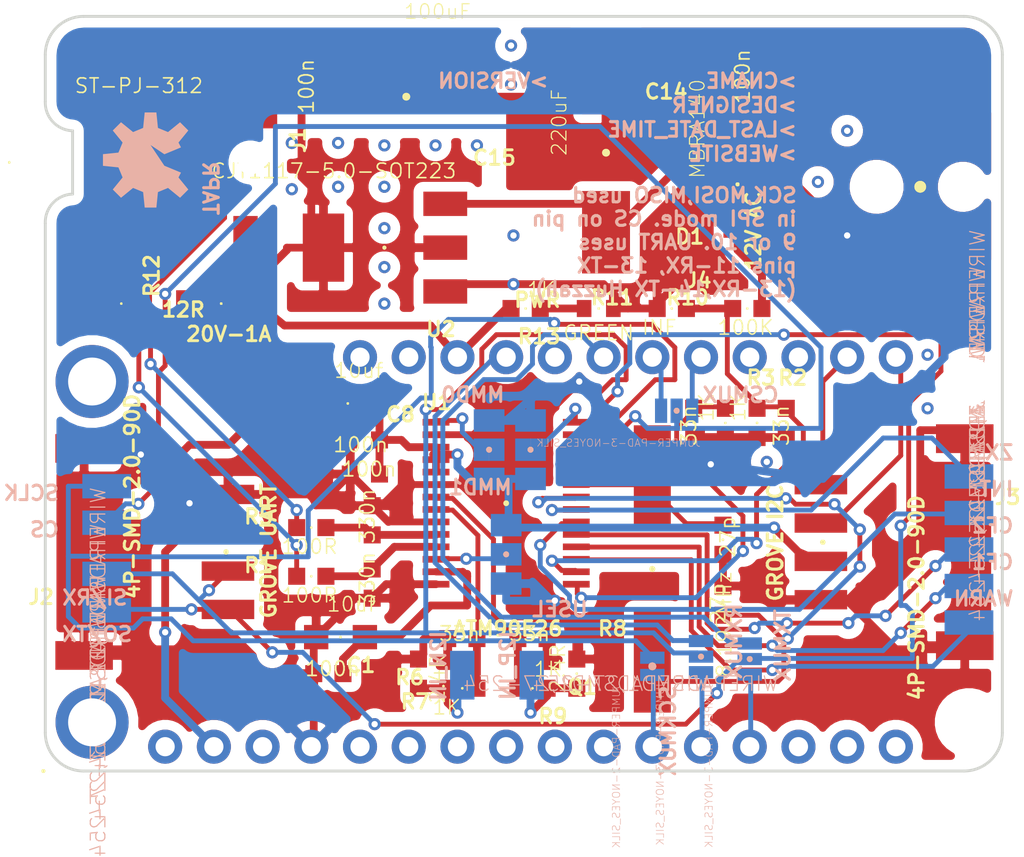
<source format=kicad_pcb>
(kicad_pcb (version 20170123) (host pcbnew "(2017-06-12 revision 8590a2299)-makepkg")
  (layers (0 Top signal) (31 Bottom signal) (34 B.Paste user) (35 F.Paste user) (36 B.SilkS user) (37 F.SilkS user) (38 B.Mask user) (39 F.Mask user) (44 Edge.Cuts user))
  (net 0 "")
  (net 1 CLKOUT)
  (net 2 CLKIN)
  (net 3 CS)
  (net 4 SCLK)
  (net 5 VP)
  (net 6 VN)
  (net 7 N$11)
  (net 8 N$12)
  (net 9 N$1)
  (net 10 N$2)
  (net 11 N$15)
  (net 12 VREF)
  (net 13 SI/RX)
  (net 14 SO/TX)
  (net 15 N$20)
  (net 16 N$21)
  (net 17 N$22)
  (net 18 GND)
  (net 19 +3V3)
  (net 20 I2P)
  (net 21 I2N)
  (net 22 I1P)
  (net 23 I1N)
  (net 24 I1P_IN)
  (net 25 I1N_IN)
  (net 26 I2P_IN)
  (net 27 I2N_IN)
  (net 28 N$3)
  (net 29 N$4)
  (net 30 V_OUT)
  (net 31 USB)
  (net 32 N$8)
  (net 33 SCL)
  (net 34 SDA)
  (net 35 SCK)
  (net 36 MOSI)
  (net 37 MISO)
  (net 38 CS_10)
  (net 39 CS_9)
  (net 40 ATM_TX)
  (net 41 ATM_RX)
  (module AVX-A (layer Top) (at 138.945524 117.7036 180)
    (fp_text reference C1 (at -1.905 -1.016) (layer F.SilkS) (effects (font (size 0.76 0.76) (thickness 0.152)) (justify right top)))
    (fp_text value 10uf (at -1.905 2.159) (layer F.SilkS) (effects (font (size 0.76 0.76) (thickness 0.076)) (justify right top)))
    (pad - smd rect (at 1.27 0) (size 1.27 1.27) (layers Top F.Paste F.Mask) (net 18 GND))
    (pad + smd rect (at -1.27 0 180) (size 1.27 1.27) (layers Top F.Paste F.Mask) (net 12 VREF))
  )
  (module C0603 (layer Top) (at 145.295524 117.7798)
    (fp_text reference C10)
    (fp_text value 33n (at -1.27 0.1905) (layer F.SilkS) (effects (font (size 0.76 0.76) (thickness 0.0912)) (justify left bottom)))
    (pad 2 smd rect (at 0.762 0) (size 0.889 0.889) (layers Top F.Paste F.Mask) (net 21 I2N))
    (pad 1 smd rect (at -0.762 0) (size 0.889 0.889) (layers Top F.Paste F.Mask) (net 18 GND))
  )
  (module C0603 (layer Top) (at 158.884524 115.7986 90)
    (fp_text reference C11)
    (fp_text value 27p (at -1.27 0.1905 90) (layer F.SilkS) (effects (font (size 0.76 0.76) (thickness 0.0912)) (justify left bottom)))
    (pad 2 smd rect (at 0.762 0 90) (size 0.889 0.889) (layers Top F.Paste F.Mask) (net 18 GND))
    (pad 1 smd rect (at -0.762 0 90) (size 0.889 0.889) (layers Top F.Paste F.Mask) (net 2 CLKIN))
  )
  (module C0603 (layer Top) (at 158.884524 112.6236 270)
    (fp_text reference C12)
    (fp_text value 27p (at -1.27 0.1905 90) (layer F.SilkS) (effects (font (size 0.76 0.76) (thickness 0.0912)) (justify right top)))
    (pad 2 smd rect (at 0.762 0 270) (size 0.889 0.889) (layers Top F.Paste F.Mask) (net 18 GND))
    (pad 1 smd rect (at -0.762 0 270) (size 0.889 0.889) (layers Top F.Paste F.Mask) (net 1 CLKOUT))
  )
  (module C0603 (layer Top) (at 148.953124 117.7798)
    (fp_text reference C13)
    (fp_text value 33n (at -1.27 0.1905) (layer F.SilkS) (effects (font (size 0.76 0.76) (thickness 0.0912)) (justify left bottom)))
    (pad 2 smd rect (at 0.762 0) (size 0.889 0.889) (layers Top F.Paste F.Mask) (net 18 GND))
    (pad 1 smd rect (at -0.762 0) (size 0.889 0.889) (layers Top F.Paste F.Mask) (net 20 I2P))
  )
  (module C0603 (layer Top) (at 138.310524 119.6086)
    (fp_text reference C2)
    (fp_text value 100n (at -1.27 0.1905) (layer F.SilkS) (effects (font (size 0.76 0.76) (thickness 0.0912)) (justify left bottom)))
    (pad 2 smd rect (at 0.762 0) (size 0.889 0.889) (layers Top F.Paste F.Mask) (net 12 VREF))
    (pad 1 smd rect (at -0.762 0) (size 0.889 0.889) (layers Top F.Paste F.Mask) (net 18 GND))
  )
  (module C0603 (layer Top) (at 140.596524 114.9096 90)
    (fp_text reference C3)
    (fp_text value 330n (at -1.27 0.1905 90) (layer F.SilkS) (effects (font (size 0.76 0.76) (thickness 0.0912)) (justify left bottom)))
    (pad 2 smd rect (at 0.762 0 90) (size 0.889 0.889) (layers Top F.Paste F.Mask) (net 22 I1P))
    (pad 1 smd rect (at -0.762 0 90) (size 0.889 0.889) (layers Top F.Paste F.Mask) (net 18 GND))
  )
  (module C0603 (layer Top) (at 162.186524 106.5276 90)
    (fp_text reference C4)
    (fp_text value 33n (at -1.27 0.1905 90) (layer F.SilkS) (effects (font (size 0.76 0.76) (thickness 0.0912)) (justify left bottom)))
    (pad 2 smd rect (at 0.762 0 90) (size 0.889 0.889) (layers Top F.Paste F.Mask) (net 5 VP))
    (pad 1 smd rect (at -0.762 0 90) (size 0.889 0.889) (layers Top F.Paste F.Mask) (net 18 GND))
  )
  (module C0603 (layer Top) (at 157.360524 106.5276 90)
    (fp_text reference C5)
    (fp_text value 33n (at -1.27 0.1905 90) (layer F.SilkS) (effects (font (size 0.76 0.76) (thickness 0.0912)) (justify left bottom)))
    (pad 2 smd rect (at 0.762 0 90) (size 0.889 0.889) (layers Top F.Paste F.Mask) (net 6 VN))
    (pad 1 smd rect (at -0.762 0 90) (size 0.889 0.889) (layers Top F.Paste F.Mask) (net 18 GND))
  )
  (module C0603 (layer Top) (at 140.215524 109.1946)
    (fp_text reference C6)
    (fp_text value 100n (at -1.27 0.1905) (layer F.SilkS) (effects (font (size 0.76 0.76) (thickness 0.0912)) (justify left bottom)))
    (pad 2 smd rect (at 0.762 0) (size 0.889 0.889) (layers Top F.Paste F.Mask) (net 19 +3V3))
    (pad 1 smd rect (at -0.762 0) (size 0.889 0.889) (layers Top F.Paste F.Mask) (net 18 GND))
  )
  (module C0603 (layer Top) (at 140.596524 111.6076 90)
    (fp_text reference C7)
    (fp_text value 330n (at -1.27 0.1905 90) (layer F.SilkS) (effects (font (size 0.76 0.76) (thickness 0.0912)) (justify left bottom)))
    (pad 2 smd rect (at 0.762 0 90) (size 0.889 0.889) (layers Top F.Paste F.Mask) (net 18 GND))
    (pad 1 smd rect (at -0.762 0 90) (size 0.889 0.889) (layers Top F.Paste F.Mask) (net 23 I1N))
  )
  (module AVX-A (layer Top) (at 139.326524 105.5116 180)
    (fp_text reference C8 (at -1.905 -1.016) (layer F.SilkS) (effects (font (size 0.76 0.76) (thickness 0.152)) (justify left bottom)))
    (fp_text value 10uf (at -1.905 2.159) (layer F.SilkS) (effects (font (size 0.76 0.76) (thickness 0.076)) (justify right top)))
    (pad - smd rect (at 1.27 0) (size 1.27 1.27) (layers Top F.Paste F.Mask) (net 18 GND))
    (pad + smd rect (at -1.27 0 180) (size 1.27 1.27) (layers Top F.Paste F.Mask) (net 19 +3V3))
  )
  (module C0603 (layer Top) (at 140.215524 107.4166 180)
    (fp_text reference C9)
    (fp_text value 100n (at -1.27 0.1905) (layer F.SilkS) (effects (font (size 0.76 0.76) (thickness 0.0912)) (justify right top)))
    (pad 2 smd rect (at 0.762 0 180) (size 0.889 0.889) (layers Top F.Paste F.Mask) (net 18 GND))
    (pad 1 smd rect (at -0.762 0 180) (size 0.889 0.889) (layers Top F.Paste F.Mask) (net 19 +3V3))
  )
  (module SMD1,27-2,54 (layer Bottom) (at 171.711524 115.0366 270)
    (fp_text reference CF1 (at -0.8 -2.4 180) (layer B.SilkS) (effects (font (size 0.76 0.76) (thickness 0.152)) (justify left bottom mirror)))
    (fp_text value WIREPADSMD1,27-254 (at 0 0 90) (layer B.SilkS) (effects (font (size 0.76 0.76) (thickness 0.0608)) (justify right top mirror)))
    (pad 1 smd rect (at 0 0 270) (size 1.27 2.54) (layers Bottom B.Paste B.Mask) (net 7 N$11))
  )
  (module SMD1,27-2,54 (layer Bottom) (at 171.711524 113.1316 270)
    (fp_text reference CF2 (at -0.8 -2.4 180) (layer B.SilkS) (effects (font (size 0.76 0.76) (thickness 0.152)) (justify left bottom mirror)))
    (fp_text value WIREPADSMD1,27-254 (at 0 0 90) (layer B.SilkS) (effects (font (size 0.76 0.76) (thickness 0.0608)) (justify right top mirror)))
    (pad 1 smd rect (at 0 0 270) (size 1.27 2.54) (layers Bottom B.Paste B.Mask) (net 8 N$12))
  )
  (module SMD1,27-2,54 (layer Bottom) (at 145.291524 119.6886)
    (fp_text reference I2N_IN (at -0.8 -2.4 -90) (layer B.SilkS) (effects (font (size 0.76 0.76) (thickness 0.152)) (justify left bottom mirror)))
    (fp_text value WIREPADSMD1,27-254 (at 0 0) (layer B.SilkS) (effects (font (size 0.76 0.76) (thickness 0.0608)) (justify right top mirror)))
    (pad 1 smd rect (at 0 0) (size 1.27 2.54) (layers Bottom B.Paste B.Mask) (net 27 I2N_IN))
  )
  (module SMD1,27-2,54 (layer Bottom) (at 148.911524 119.6886)
    (fp_text reference I2P_IN (at -0.8 -2.4 -90) (layer B.SilkS) (effects (font (size 0.76 0.76) (thickness 0.152)) (justify left bottom mirror)))
    (fp_text value WIREPADSMD1,27-254 (at 0 0) (layer B.SilkS) (effects (font (size 0.76 0.76) (thickness 0.0608)) (justify right top mirror)))
    (pad 1 smd rect (at 0 0) (size 1.27 2.54) (layers Bottom B.Paste B.Mask) (net 26 I2P_IN))
  )
  (module SMD1,27-2,54 (layer Bottom) (at 171.711524 111.2266 270)
    (fp_text reference INT (at -0.8 -2.4 180) (layer B.SilkS) (effects (font (size 0.76 0.76) (thickness 0.152)) (justify left bottom mirror)))
    (fp_text value WIREPADSMD1,27-254 (at 0 0 90) (layer B.SilkS) (effects (font (size 0.76 0.76) (thickness 0.0608)) (justify right top mirror)))
    (pad 1 smd rect (at 0 0 270) (size 1.27 2.54) (layers Bottom B.Paste B.Mask) (net 16 N$21))
  )
  (module OSHW-LOGO-M (layer Bottom) (at 129.039524 92.8116 270)
    (fp_text reference LOGO1 hide)
    (fp_text value OSHW-LOGOM hide)
  )
  (module HC49UP (layer Top) (at 155.201524 114.1476 90)
    (fp_text reference Q1 (at -5.715 -2.794) (layer F.SilkS) (effects (font (size 0.76 0.76) (thickness 0.152)) (justify right top)))
    (fp_text value 8.192MHz (at -5.715 4.191 90) (layer F.SilkS) (effects (font (size 0.76 0.76) (thickness 0.076)) (justify left bottom)))
    (pad 2 smd rect (at 4.826 0 90) (size 5.334 1.9304) (layers Top F.Paste F.Mask) (net 1 CLKOUT))
    (pad 1 smd rect (at -4.826 0 90) (size 5.334 1.9304) (layers Top F.Paste F.Mask) (net 2 CLKIN))
  )
  (module R0603 (layer Top) (at 137.421524 114.5286 270)
    (fp_text reference R1 (at -1.016 1.905) (layer F.SilkS) (effects (font (size 0.76 0.76) (thickness 0.152)) (justify right top)))
    (fp_text value 100R (at 1.435 1.605) (layer F.SilkS) (effects (font (size 0.76 0.76) (thickness 0.076)) (justify left bottom)))
    (pad 2 smd rect (at 0 0.762 180) (size 0.889 0.889) (layers Top F.Paste F.Mask) (net 24 I1P_IN))
    (pad 1 smd rect (at 0 -0.762 180) (size 0.889 0.889) (layers Top F.Paste F.Mask) (net 22 I1P))
  )
  (module R0603 (layer Top) (at 160.662524 106.5276 180)
    (fp_text reference R2 (at -1.016 1.905) (layer F.SilkS) (effects (font (size 0.76 0.76) (thickness 0.152)) (justify left bottom)))
    (fp_text value 1K (at 1.435 1.605 90) (layer F.SilkS) (effects (font (size 0.76 0.76) (thickness 0.076)) (justify right top)))
    (pad 2 smd rect (at 0 0.762 90) (size 0.889 0.889) (layers Top F.Paste F.Mask) (net 5 VP))
    (pad 1 smd rect (at 0 -0.762 90) (size 0.889 0.889) (layers Top F.Paste F.Mask) (net 18 GND))
  )
  (module R0603 (layer Top) (at 159.011524 106.5276 180)
    (fp_text reference R3 (at -1.016 1.905) (layer F.SilkS) (effects (font (size 0.76 0.76) (thickness 0.152)) (justify left bottom)))
    (fp_text value 1K (at 1.435 1.605 90) (layer F.SilkS) (effects (font (size 0.76 0.76) (thickness 0.076)) (justify right top)))
    (pad 2 smd rect (at 0 0.762 90) (size 0.889 0.889) (layers Top F.Paste F.Mask) (net 6 VN))
    (pad 1 smd rect (at 0 -0.762 90) (size 0.889 0.889) (layers Top F.Paste F.Mask) (net 18 GND))
  )
  (module R0603 (layer Top) (at 137.421524 111.9886 270)
    (fp_text reference R5 (at -1.016 1.905) (layer F.SilkS) (effects (font (size 0.76 0.76) (thickness 0.152)) (justify right top)))
    (fp_text value 100R (at 1.435 1.605) (layer F.SilkS) (effects (font (size 0.76 0.76) (thickness 0.076)) (justify left bottom)))
    (pad 2 smd rect (at 0 0.762 180) (size 0.889 0.889) (layers Top F.Paste F.Mask) (net 25 I1N_IN))
    (pad 1 smd rect (at 0 -0.762 180) (size 0.889 0.889) (layers Top F.Paste F.Mask) (net 23 I1N))
  )
  (module R0603 (layer Top) (at 145.295524 120.3706 270)
    (fp_text reference R6 (at -1.016 1.905) (layer F.SilkS) (effects (font (size 0.76 0.76) (thickness 0.152)) (justify right top)))
    (fp_text value 1K (at 1.435 1.605) (layer F.SilkS) (effects (font (size 0.76 0.76) (thickness 0.076)) (justify left bottom)))
    (pad 2 smd rect (at 0 0.762 180) (size 0.889 0.889) (layers Top F.Paste F.Mask) (net 27 I2N_IN))
    (pad 1 smd rect (at 0 -0.762 180) (size 0.889 0.889) (layers Top F.Paste F.Mask) (net 21 I2N))
  )
  (module R0603 (layer Top) (at 143.009524 119.6086)
    (fp_text reference R7 (at -1.016 1.905) (layer F.SilkS) (effects (font (size 0.76 0.76) (thickness 0.152)) (justify left bottom)))
    (fp_text value 2.4R (at 1.435 1.605 90) (layer F.SilkS) (effects (font (size 0.76 0.76) (thickness 0.076)) (justify left bottom)))
    (pad 2 smd rect (at 0 0.762 270) (size 0.889 0.889) (layers Top F.Paste F.Mask) (net 27 I2N_IN))
    (pad 1 smd rect (at 0 -0.762 270) (size 0.889 0.889) (layers Top F.Paste F.Mask) (net 18 GND))
  )
  (module R0603 (layer Top) (at 151.264524 119.6086 180)
    (fp_text reference R8 (at -1.016 1.905) (layer F.SilkS) (effects (font (size 0.76 0.76) (thickness 0.152)) (justify left bottom)))
    (fp_text value 2.4R (at 1.435 1.605 90) (layer F.SilkS) (effects (font (size 0.76 0.76) (thickness 0.076)) (justify right top)))
    (pad 2 smd rect (at 0 0.762 90) (size 0.889 0.889) (layers Top F.Paste F.Mask) (net 18 GND))
    (pad 1 smd rect (at 0 -0.762 90) (size 0.889 0.889) (layers Top F.Paste F.Mask) (net 26 I2P_IN))
  )
  (module R0603 (layer Top) (at 148.953124 120.3706 90)
    (fp_text reference R9 (at -1.016 1.905) (layer F.SilkS) (effects (font (size 0.76 0.76) (thickness 0.152)) (justify right top)))
    (fp_text value 1K (at 1.435 1.605) (layer F.SilkS) (effects (font (size 0.76 0.76) (thickness 0.076)) (justify right top)))
    (pad 2 smd rect (at 0 0.762) (size 0.889 0.889) (layers Top F.Paste F.Mask) (net 26 I2P_IN))
    (pad 1 smd rect (at 0 -0.762) (size 0.889 0.889) (layers Top F.Paste F.Mask) (net 20 I2P))
  )
  (module SSOP-28 (layer Top) (at 147.581524 110.7186 270)
    (fp_text reference U1 (at -5.715 2.76) (layer F.SilkS) (effects (font (size 0.76 0.76) (thickness 0.152)) (justify right top)))
    (fp_text value ATM90E26 (at 6.985 2.8575) (layer F.SilkS) (effects (font (size 0.76 0.76) (thickness 0.152)) (justify left bottom)))
    (pad 14 smd rect (at 4.225 3.656 270) (size 0.348 1.397) (layers Top F.Paste F.Mask) (net 18 GND))
    (pad 13 smd rect (at 3.575 3.656 270) (size 0.348 1.397) (layers Top F.Paste F.Mask) (net 12 VREF))
    (pad 12 smd rect (at 2.925 3.656 270) (size 0.348 1.397) (layers Top F.Paste F.Mask) (net 11 N$15))
    (pad 11 smd rect (at 2.275 3.656 270) (size 0.348 1.397) (layers Top F.Paste F.Mask) (net 22 I1P))
    (pad 10 smd rect (at 1.625 3.656 270) (size 0.348 1.397) (layers Top F.Paste F.Mask) (net 23 I1N))
    (pad 9 smd rect (at 0.975 3.656 270) (size 0.348 1.397) (layers Top F.Paste F.Mask) (net 18 GND))
    (pad 8 smd rect (at 0.325 3.656 270) (size 0.348 1.397) (layers Top F.Paste F.Mask) (net 21 I2N))
    (pad 7 smd rect (at -0.325 3.656 270) (size 0.348 1.397) (layers Top F.Paste F.Mask) (net 20 I2P))
    (pad 6 smd rect (at -0.975 3.656 270) (size 0.348 1.397) (layers Top F.Paste F.Mask) (net 18 GND))
    (pad 5 smd rect (at -1.625 3.656 270) (size 0.348 1.397) (layers Top F.Paste F.Mask) (net 19 +3V3))
    (pad 4 smd rect (at -2.275 3.656 270) (size 0.348 1.397) (layers Top F.Paste F.Mask) (net 19 +3V3))
    (pad 3 smd rect (at -2.925 3.656 270) (size 0.348 1.397) (layers Top F.Paste F.Mask) (net 19 +3V3))
    (pad 2 smd rect (at -3.575 3.656 270) (size 0.348 1.397) (layers Top F.Paste F.Mask) (net 18 GND))
    (pad 1 smd rect (at -4.225 3.656 270) (size 0.348 1.397) (layers Top F.Paste F.Mask) (net 9 N$1))
    (pad 15 smd rect (at 4.225 -3.656 270) (size 0.348 1.397) (layers Top F.Paste F.Mask) (net 6 VN))
    (pad 16 smd rect (at 3.575 -3.656 270) (size 0.348 1.397) (layers Top F.Paste F.Mask) (net 5 VP))
    (pad 17 smd rect (at 2.925 -3.656 270) (size 0.348 1.397) (layers Top F.Paste F.Mask) (net 17 N$22))
    (pad 18 smd rect (at 2.275 -3.656 270) (size 0.348 1.397) (layers Top F.Paste F.Mask) (net 7 N$11))
    (pad 19 smd rect (at 1.625 -3.656 270) (size 0.348 1.397) (layers Top F.Paste F.Mask) (net 8 N$12))
    (pad 21 smd rect (at 0.325 -3.656 270) (size 0.348 1.397) (layers Top F.Paste F.Mask) (net 15 N$20))
    (pad 20 smd rect (at 0.975 -3.656 270) (size 0.348 1.397) (layers Top F.Paste F.Mask) (net 16 N$21))
    (pad 22 smd rect (at -0.325 -3.656 270) (size 0.348 1.397) (layers Top F.Paste F.Mask) (net 2 CLKIN))
    (pad 23 smd rect (at -0.975 -3.656 270) (size 0.348 1.397) (layers Top F.Paste F.Mask) (net 1 CLKOUT))
    (pad 24 smd rect (at -1.625 -3.656 270) (size 0.348 1.397) (layers Top F.Paste F.Mask) (net 3 CS))
    (pad 25 smd rect (at -2.275 -3.656 270) (size 0.348 1.397) (layers Top F.Paste F.Mask) (net 4 SCLK))
    (pad 26 smd rect (at -2.925 -3.656 270) (size 0.348 1.397) (layers Top F.Paste F.Mask) (net 14 SO/TX))
    (pad 27 smd rect (at -3.575 -3.656 270) (size 0.348 1.397) (layers Top F.Paste F.Mask) (net 13 SI/RX))
    (pad 28 smd rect (at -4.225 -3.656 270) (size 0.348 1.397) (layers Top F.Paste F.Mask) (net 10 N$2))
  )
  (module SMD1,27-2,54 (layer Bottom) (at 171.711524 116.9416 270)
    (fp_text reference WARN (at -0.8 -2.4 180) (layer B.SilkS) (effects (font (size 0.76 0.76) (thickness 0.152)) (justify left bottom mirror)))
    (fp_text value WIREPADSMD1,27-254 (at 0 0 90) (layer B.SilkS) (effects (font (size 0.76 0.76) (thickness 0.0608)) (justify right top mirror)))
    (pad 1 smd rect (at 0 0 270) (size 1.27 2.54) (layers Bottom B.Paste B.Mask) (net 17 N$22))
  )
  (module SMD1,27-2,54 (layer Bottom) (at 171.711524 109.3216 270)
    (fp_text reference ZX (at -0.8 -2.4 180) (layer B.SilkS) (effects (font (size 0.76 0.76) (thickness 0.152)) (justify left bottom mirror)))
    (fp_text value WIREPADSMD1,27-254 (at 0 0 90) (layer B.SilkS) (effects (font (size 0.76 0.76) (thickness 0.0608)) (justify right top mirror)))
    (pad 1 smd rect (at 0 0 270) (size 1.27 2.54) (layers Bottom B.Paste B.Mask) (net 15 N$20))
  )
  (module FEATHERWING_DIM (layer Top) (at 123.451524 124.6886)
    (fp_text reference MS1 hide)
    (fp_text value FEATHERWING_NODIM hide)
    (pad 1 thru_hole circle (at 6.35 -1.27) (size 1.778 1.778) (drill 1) (layers *.Cu *.Mask))
    (pad 2 thru_hole circle (at 8.89 -1.27) (size 1.778 1.778) (drill 1) (layers *.Cu *.Mask) (net 19 +3V3))
    (pad 3 thru_hole circle (at 11.43 -1.27) (size 1.778 1.778) (drill 1) (layers *.Cu *.Mask))
    (pad 4 thru_hole circle (at 13.97 -1.27) (size 1.778 1.778) (drill 1) (layers *.Cu *.Mask) (net 18 GND))
    (pad 16 thru_hole circle (at 44.45 -1.27) (size 1.778 1.778) (drill 1) (layers *.Cu *.Mask))
    (pad 15 thru_hole circle (at 41.91 -1.27) (size 1.778 1.778) (drill 1) (layers *.Cu *.Mask))
    (pad 14 thru_hole circle (at 39.37 -1.27) (size 1.778 1.778) (drill 1) (layers *.Cu *.Mask))
    (pad 13 thru_hole circle (at 36.83 -1.27) (size 1.778 1.778) (drill 1) (layers *.Cu *.Mask) (net 37 MISO))
    (pad 12 thru_hole circle (at 34.29 -1.27) (size 1.778 1.778) (drill 1) (layers *.Cu *.Mask) (net 36 MOSI))
    (pad 11 thru_hole circle (at 31.75 -1.27) (size 1.778 1.778) (drill 1) (layers *.Cu *.Mask) (net 35 SCK))
    (pad 10 thru_hole circle (at 29.21 -1.27) (size 1.778 1.778) (drill 1) (layers *.Cu *.Mask))
    (pad 9 thru_hole circle (at 26.67 -1.27) (size 1.778 1.778) (drill 1) (layers *.Cu *.Mask))
    (pad 8 thru_hole circle (at 24.13 -1.27) (size 1.778 1.778) (drill 1) (layers *.Cu *.Mask))
    (pad 7 thru_hole circle (at 21.59 -1.27) (size 1.778 1.778) (drill 1) (layers *.Cu *.Mask))
    (pad 6 thru_hole circle (at 19.05 -1.27) (size 1.778 1.778) (drill 1) (layers *.Cu *.Mask))
    (pad 5 thru_hole circle (at 16.51 -1.27) (size 1.778 1.778) (drill 1) (layers *.Cu *.Mask))
    (pad 17 thru_hole circle (at 44.45 -21.59) (size 1.778 1.778) (drill 1) (layers *.Cu *.Mask) (net 34 SDA))
    (pad 18 thru_hole circle (at 41.91 -21.59) (size 1.778 1.778) (drill 1) (layers *.Cu *.Mask) (net 33 SCL))
    (pad 19 thru_hole circle (at 39.37 -21.59) (size 1.778 1.778) (drill 1) (layers *.Cu *.Mask))
    (pad 20 thru_hole circle (at 36.83 -21.59) (size 1.778 1.778) (drill 1) (layers *.Cu *.Mask))
    (pad 21 thru_hole circle (at 34.29 -21.59) (size 1.778 1.778) (drill 1) (layers *.Cu *.Mask) (net 39 CS_9))
    (pad 22 thru_hole circle (at 31.75 -21.59) (size 1.778 1.778) (drill 1) (layers *.Cu *.Mask) (net 38 CS_10))
    (pad 23 thru_hole circle (at 29.21 -21.59) (size 1.778 1.778) (drill 1) (layers *.Cu *.Mask) (net 40 ATM_TX))
    (pad 24 thru_hole circle (at 26.67 -21.59) (size 1.778 1.778) (drill 1) (layers *.Cu *.Mask))
    (pad 25 thru_hole circle (at 24.13 -21.59) (size 1.778 1.778) (drill 1) (layers *.Cu *.Mask) (net 41 ATM_RX))
    (pad 26 thru_hole circle (at 21.59 -21.59) (size 1.778 1.778) (drill 1) (layers *.Cu *.Mask) (net 31 USB))
    (pad 27 thru_hole circle (at 19.05 -21.59) (size 1.778 1.778) (drill 1) (layers *.Cu *.Mask))
    (pad 28 thru_hole circle (at 16.51 -21.59) (size 1.778 1.778) (drill 1) (layers *.Cu *.Mask))
    (pad P$2 thru_hole circle (at 2.54 -2.54) (size 3.81 3.81) (drill 2.5) (layers *.Cu *.Mask))
    (pad P$1 thru_hole circle (at 2.54 -20.32) (size 3.81 3.81) (drill 2.5) (layers *.Cu *.Mask))
    (pad "" np_thru_hole circle (at 48.26 -2.54) (size 2.54 2.54) (drill 2.54) (layers *.Cu))
    (pad "" np_thru_hole circle (at 48.26 -20.32) (size 2.54 2.54) (drill 2.54) (layers *.Cu))
  )
  (module DC_BARREL_JACK_SMD_2MM (layer Top) (at 169.171524 94.2086 90)
    (fp_text reference J4 (at -4.445 -10.795) (layer F.SilkS) (effects (font (size 0.76 0.76) (thickness 0.152)) (justify right top)))
    (fp_text value "12V AC" (at -4.445 -8.255 90) (layer F.SilkS) (effects (font (size 0.76 0.76) (thickness 0.152)) (justify left bottom)))
    (pad "" np_thru_hole circle (at 0 2.225 90) (size 1.6 1.6) (drill 1.6) (layers *.Cu))
    (pad "" np_thru_hole circle (at 0 -2.275 90) (size 1.8 1.8) (drill 1.8) (layers *.Cu))
    (pad P1@2 smd rect (at -5.7 2.225 90) (size 2.4 2.8) (layers Top F.Paste F.Mask) (net 28 N$3))
    (pad P2 smd rect (at 5.7 2.225 90) (size 2.4 2.8) (layers Top F.Paste F.Mask) (net 18 GND))
    (pad P3 smd rect (at 5.7 -3.875 90) (size 2.4 2.8) (layers Top F.Paste F.Mask))
    (pad P1@1 smd rect (at -5.7 -3.875 90) (size 2.4 2.8) (layers Top F.Paste F.Mask))
  )
  (module R0603 (layer Top) (at 160.154524 100.5586 270)
    (fp_text reference R10 (at -1.016 1.905) (layer F.SilkS) (effects (font (size 0.76 0.76) (thickness 0.152)) (justify right top)))
    (fp_text value 100K (at 1.435 1.605) (layer F.SilkS) (effects (font (size 0.76 0.76) (thickness 0.076)) (justify left bottom)))
    (pad 2 smd rect (at 0 0.762 180) (size 0.889 0.889) (layers Top F.Paste F.Mask) (net 5 VP))
    (pad 1 smd rect (at 0 -0.762 180) (size 0.889 0.889) (layers Top F.Paste F.Mask) (net 28 N$3))
  )
  (module R0603 (layer Top) (at 156.217524 100.5586 270)
    (fp_text reference R11 (at -1.016 1.905) (layer F.SilkS) (effects (font (size 0.76 0.76) (thickness 0.152)) (justify right top)))
    (fp_text value INF (at 1.435 1.605) (layer F.SilkS) (effects (font (size 0.76 0.76) (thickness 0.076)) (justify left bottom)))
    (pad 2 smd rect (at 0 0.762 180) (size 0.889 0.889) (layers Top F.Paste F.Mask) (net 18 GND))
    (pad 1 smd rect (at 0 -0.762 180) (size 0.889 0.889) (layers Top F.Paste F.Mask) (net 5 VP))
  )
  (module SMA-DIODE (layer Top) (at 159.646524 94.0816 90)
    (fp_text reference D1 (at -2.286 -1.651) (layer F.SilkS) (effects (font (size 0.76 0.76) (thickness 0.152)) (justify right top)))
    (fp_text value MBRA140 (at 0.254 -1.651 90) (layer F.SilkS) (effects (font (size 0.76 0.76) (thickness 0.0608)) (justify left bottom)))
    (pad C smd rect (at 2.15 0 90) (size 1.27 1.47) (layers Top F.Paste F.Mask) (net 29 N$4))
    (pad A smd rect (at -2.15 0 270) (size 1.27 1.47) (layers Top F.Paste F.Mask) (net 28 N$3))
  )
  (module SOT-223 (layer Top) (at 141.231524 97.3836 90)
    (fp_text reference U2 (at -3.81 3.81) (layer F.SilkS) (effects (font (size 0.76 0.76) (thickness 0.152)) (justify right top)))
    (fp_text value CJT1117-5.0-SOT223 (at 4.445 3.81) (layer F.SilkS) (effects (font (size 0.76 0.76) (thickness 0.0836)) (justify right top)))
    (pad TER smd rect (at 0 -3.175 90) (size 3.556 2.159) (layers Top F.Paste F.Mask) (net 30 V_OUT))
    (pad 3 smd rect (at 2.286 3.175 90) (size 1.27 2.286) (layers Top F.Paste F.Mask) (net 29 N$4))
    (pad 2 smd rect (at 0 3.175 90) (size 1.27 2.286) (layers Top F.Paste F.Mask) (net 30 V_OUT))
    (pad 1 smd rect (at -2.286 3.175 90) (size 1.27 2.286) (layers Top F.Paste F.Mask) (net 18 GND))
  )
  (module 140CLH-1010 (layer Top) (at 152.788524 92.4306 270)
    (fp_text reference C14 (at -2.74 -1.93) (layer F.SilkS) (effects (font (size 0.76 0.76) (thickness 0.152)) (justify left bottom)))
    (fp_text value 220uF (at -3.375 2.885 90) (layer F.SilkS) (effects (font (size 0.76 0.76) (thickness 0.0608)) (justify right top)))
    (pad - smd rect (at -4.15 0 270) (size 4.3 2.5) (layers Top F.Paste F.Mask) (net 18 GND))
    (pad + smd rect (at 4.15 0 270) (size 4.3 2.5) (layers Top F.Paste F.Mask) (net 29 N$4))
  )
  (module 153CLV-0605 (layer Top) (at 142.374524 89.5096 180)
    (fp_text reference C15 (at -3.39 -3.63) (layer F.SilkS) (effects (font (size 0.76 0.76) (thickness 0.152)) (justify left bottom)))
    (fp_text value 100uF (at -3.425 4.885) (layer F.SilkS) (effects (font (size 0.76 0.76) (thickness 0.0608)) (justify right top)))
    (pad - smd rect (at -2.7 0 180) (size 3.5 1.6) (layers Top F.Paste F.Mask) (net 18 GND))
    (pad + smd rect (at 2.7 0 180) (size 3.5 1.6) (layers Top F.Paste F.Mask) (net 30 V_OUT))
  )
  (module HW4-SMD-2.0-90D (layer Top) (at 132.976524 113.2586 90)
    (fp_text reference J2 (at -1.905 -8.89) (layer F.SilkS) (effects (font (size 0.76 0.76) (thickness 0.152)) (justify right top)))
    (fp_text value 4P-SMD-2.0-90D (at -2.54 -4.445 90) (layer F.SilkS) (effects (font (size 0.76 0.76) (thickness 0.152)) (justify left bottom)))
    (pad SS2 smd rect (at 5.4 -7.4 180) (size 3 1.5) (layers Top F.Paste F.Mask) (net 18 GND))
    (pad SS1 smd rect (at -5.4 -7.4 180) (size 3 1.5) (layers Top F.Paste F.Mask) (net 18 GND))
    (pad 4 smd rect (at 3 0.1 180) (size 2.74 1.01) (layers Top F.Paste F.Mask) (net 18 GND))
    (pad 3 smd rect (at 1 0.1 180) (size 2.74 1.01) (layers Top F.Paste F.Mask) (net 19 +3V3))
    (pad 2 smd rect (at -1 0.1 180) (size 2.74 1.01) (layers Top F.Paste F.Mask) (net 13 SI/RX))
    (pad 1 smd rect (at -3 0.1 180) (size 2.74 1.01) (layers Top F.Paste F.Mask) (net 14 SO/TX))
  )
  (module SOD-123 (layer Top) (at 132.722524 100.3046)
    (fp_text reference D2)
    (fp_text value 20V-1A (at -1.905 2.032) (layer F.SilkS) (effects (font (size 0.76 0.76) (thickness 0.152)) (justify left bottom)))
    (pad + smd rect (at -1.651 0 180) (size 1.397 1.397) (layers Top F.Paste F.Mask) (net 30 V_OUT))
    (pad - smd rect (at 1.651 0 180) (size 1.397 1.397) (layers Top F.Paste F.Mask) (net 31 USB))
  )
  (module LED-0603 (layer Top) (at 152.407524 100.5586)
    (fp_text reference PWR (at -1.905 -0.889) (layer F.SilkS) (effects (font (size 0.76 0.76) (thickness 0.152)) (justify right top)))
    (fp_text value GREEN (at -1.905 1.7145) (layer F.SilkS) (effects (font (size 0.76 0.76) (thickness 0.0836)) (justify left bottom)))
    (pad - smd rect (at 0.762 0) (size 0.762 0.889) (layers Top F.Paste F.Mask) (net 18 GND))
    (pad + smd rect (at -0.762 0) (size 0.762 0.889) (layers Top F.Paste F.Mask) (net 32 N$8))
  )
  (module AUDIO6P-SMD-3.5-14.0X6.4X5.0MM (layer Top) (at 121.673524 92.9386 180)
    (fp_text reference J1 (at -14.605 1.905 90) (layer F.SilkS) (effects (font (size 0.76 0.76) (thickness 0.152)) (justify right top)))
    (fp_text value ST-PJ-312 (at -10.16 4.445) (layer F.SilkS) (effects (font (size 0.76 0.76) (thickness 0.0836)) (justify right top)))
    (pad "" np_thru_hole circle (at -12.573 0 180) (size 1.27 1.27) (drill 1.27) (layers *.Cu))
    (pad COM1 smd rect (at -4.572 -3.937 270) (size 2.286 1.27) (layers Top F.Paste F.Mask) (net 24 I1P_IN))
    (pad R smd rect (at -7.62 -3.937 270) (size 2.286 1.27) (layers Top F.Paste F.Mask))
    (pad RS smd rect (at -12.319 -3.937 270) (size 2.286 1.27) (layers Top F.Paste F.Mask))
    (pad COM2 smd rect (at -4.699 3.683 270) (size 2.794 1.27) (layers Top F.Paste F.Mask))
    (pad L smd rect (at -11.303 3.937 270) (size 2.286 1.27) (layers Top F.Paste F.Mask) (net 25 I1N_IN))
    (pad LS smd rect (at -13.335 3.429 270) (size 3.302 1.27) (layers Top F.Paste F.Mask))
  )
  (module 0805 (layer Top) (at 127.515524 100.3046)
    (fp_text reference R12 (at 2.032 -0.254 90) (layer F.SilkS) (effects (font (size 0.76 0.76) (thickness 0.152)) (justify left bottom)))
    (fp_text value 12R (at 2.032 0.762) (layer F.SilkS) (effects (font (size 0.76 0.76) (thickness 0.152)) (justify left bottom)))
    (pad 2 smd rect (at 0.95 0) (size 1.3 1.5) (layers Top F.Paste F.Mask) (net 25 I1N_IN))
    (pad 1 smd rect (at -0.95 0) (size 1.3 1.5) (layers Top F.Paste F.Mask) (net 24 I1P_IN))
  )
  (module R0603 (layer Top) (at 148.597524 100.5586 90)
    (fp_text reference R13 (at -1.016 1.905) (layer F.SilkS) (effects (font (size 0.76 0.76) (thickness 0.152)) (justify right top)))
    (fp_text value 1K (at 1.435 1.605) (layer F.SilkS) (effects (font (size 0.76 0.76) (thickness 0.076)) (justify right top)))
    (pad 2 smd rect (at 0 0.762) (size 0.889 0.889) (layers Top F.Paste F.Mask) (net 32 N$8))
    (pad 1 smd rect (at 0 -0.762) (size 0.889 0.889) (layers Top F.Paste F.Mask) (net 31 USB))
  )
  (module HW4-SMD-2.0-90D (layer Top) (at 164.091524 112.7506 270)
    (fp_text reference J3 (at -1.905 -8.89) (layer F.SilkS) (effects (font (size 0.76 0.76) (thickness 0.152)) (justify left bottom)))
    (fp_text value 4P-SMD-2.0-90D (at -2.54 -4.445 90) (layer F.SilkS) (effects (font (size 0.76 0.76) (thickness 0.152)) (justify right top)))
    (pad SS2 smd rect (at 5.4 -7.4) (size 3 1.5) (layers Top F.Paste F.Mask) (net 18 GND))
    (pad SS1 smd rect (at -5.4 -7.4) (size 3 1.5) (layers Top F.Paste F.Mask) (net 18 GND))
    (pad 4 smd rect (at 3 0.1) (size 2.74 1.01) (layers Top F.Paste F.Mask) (net 18 GND))
    (pad 3 smd rect (at 1 0.1) (size 2.74 1.01) (layers Top F.Paste F.Mask) (net 19 +3V3))
    (pad 2 smd rect (at -1 0.1) (size 2.74 1.01) (layers Top F.Paste F.Mask) (net 34 SDA))
    (pad 1 smd rect (at -3 0.1) (size 2.74 1.01) (layers Top F.Paste F.Mask) (net 33 SCL))
  )
  (module SMD1,27-2,54 (layer Bottom) (at 126.753524 114.4016 90)
    (fp_text reference SI/RX (at -0.8 -2.4 180) (layer B.SilkS) (effects (font (size 0.76 0.76) (thickness 0.152)) (justify right top mirror)))
    (fp_text value WIREPADSMD1,27-254 (at 0 0 90) (layer B.SilkS) (effects (font (size 0.76 0.76) (thickness 0.0608)) (justify left bottom mirror)))
    (pad 1 smd rect (at 0 0 90) (size 1.27 2.54) (layers Bottom B.Paste B.Mask) (net 13 SI/RX))
  )
  (module SMD1,27-2,54 (layer Bottom) (at 126.753524 116.3066 90)
    (fp_text reference SO/TX (at -0.8 -2.4 180) (layer B.SilkS) (effects (font (size 0.76 0.76) (thickness 0.152)) (justify right top mirror)))
    (fp_text value WIREPADSMD1,27-254 (at 0 0 90) (layer B.SilkS) (effects (font (size 0.76 0.76) (thickness 0.0608)) (justify left bottom mirror)))
    (pad 1 smd rect (at 0 0 90) (size 1.27 2.54) (layers Bottom B.Paste B.Mask) (net 14 SO/TX))
  )
  (module SMD1,27-2,54 (layer Bottom) (at 126.753524 109.8296 90)
    (fp_text reference SCLK (at -0.8 -2.4 180) (layer B.SilkS) (effects (font (size 0.76 0.76) (thickness 0.152)) (justify left bottom mirror)))
    (fp_text value WIREPADSMD1,27-254 (at 0 0 90) (layer B.SilkS) (effects (font (size 0.76 0.76) (thickness 0.0608)) (justify left bottom mirror)))
    (pad 1 smd rect (at 0 0 90) (size 1.27 2.54) (layers Bottom B.Paste B.Mask) (net 4 SCLK))
  )
  (module SMD1,27-2,54 (layer Bottom) (at 126.753524 111.7346 90)
    (fp_text reference CS (at -0.8 -2.4 180) (layer B.SilkS) (effects (font (size 0.76 0.76) (thickness 0.152)) (justify left bottom mirror)))
    (fp_text value WIREPADSMD1,27-254 (at 0 0 90) (layer B.SilkS) (effects (font (size 0.76 0.76) (thickness 0.0608)) (justify left bottom mirror)))
    (pad 1 smd rect (at 0 0 90) (size 1.27 2.54) (layers Bottom B.Paste B.Mask) (net 3 CS))
  )
  (module C0603 (layer Top) (at 159.646524 88.2396 270)
    (fp_text reference C16)
    (fp_text value 100n (at -1.27 0.1905 90) (layer F.SilkS) (effects (font (size 0.76 0.76) (thickness 0.0912)) (justify right top)))
    (pad 2 smd rect (at 0.762 0 270) (size 0.889 0.889) (layers Top F.Paste F.Mask) (net 29 N$4))
    (pad 1 smd rect (at -0.762 0 270) (size 0.889 0.889) (layers Top F.Paste F.Mask) (net 18 GND))
  )
  (module C0603 (layer Top) (at 136.913524 88.7476 270)
    (fp_text reference C17)
    (fp_text value 100n (at -1.27 0.1905 90) (layer F.SilkS) (effects (font (size 0.76 0.76) (thickness 0.0912)) (justify right top)))
    (pad 2 smd rect (at 0.762 0 270) (size 0.889 0.889) (layers Top F.Paste F.Mask) (net 30 V_OUT))
    (pad 1 smd rect (at -0.762 0 270) (size 0.889 0.889) (layers Top F.Paste F.Mask) (net 18 GND))
  )
  (module PAD-JUMPER-3-NO_YES_SILK_FULL_BOX (layer Bottom) (at 148.851524 107.9246 270)
    (fp_text reference MMD0 (at -2.413 1.27 180) (layer B.SilkS) (effects (font (size 0.77216 0.77216) (thickness 0.154432)) (justify left bottom mirror)))
    (fp_text value JUMPER-PAD-3-NOFULL_BOX_SILK (at -0.1001 0 90) (layer B.SilkS) (effects (font (size 0.019 0.019) (thickness 0.00152)) (justify right top mirror)))
    (pad 3 smd rect (at 1.524 0 270) (size 1.1684 1.6002) (layers Bottom B.Paste B.Mask) (net 19 +3V3))
    (pad 2 smd rect (at 0 0 270) (size 1.1684 1.6002) (layers Bottom B.Paste B.Mask) (net 10 N$2))
    (pad 1 smd rect (at -1.524 0 270) (size 1.1684 1.6002) (layers Bottom B.Paste B.Mask) (net 18 GND))
  )
  (module PAD-JUMPER-3-NO_YES_SILK_FULL_BOX (layer Bottom) (at 146.692524 107.9246 90)
    (fp_text reference MMD1 (at -2.413 1.27 180) (layer B.SilkS) (effects (font (size 0.77216 0.77216) (thickness 0.154432)) (justify left bottom mirror)))
    (fp_text value JUMPER-PAD-3-NOFULL_BOX_SILK (at -0.1001 0 90) (layer B.SilkS) (effects (font (size 0.019 0.019) (thickness 0.00152)) (justify left bottom mirror)))
    (pad 3 smd rect (at 1.524 0 90) (size 1.1684 1.6002) (layers Bottom B.Paste B.Mask) (net 18 GND))
    (pad 2 smd rect (at 0 0 90) (size 1.1684 1.6002) (layers Bottom B.Paste B.Mask) (net 9 N$1))
    (pad 1 smd rect (at -1.524 0 90) (size 1.1684 1.6002) (layers Bottom B.Paste B.Mask) (net 19 +3V3))
  )
  (module PAD-JUMPER-3-NO_YES_SILK_FULL_BOX (layer Bottom) (at 147.581524 113.3856 90)
    (fp_text reference USEL (at -2.413 1.27 180) (layer B.SilkS) (effects (font (size 0.77216 0.77216) (thickness 0.154432)) (justify right top mirror)))
    (fp_text value JUMPER-PAD-3-NOFULL_BOX_SILK (at -0.1001 0 90) (layer B.SilkS) (effects (font (size 0.019 0.019) (thickness 0.00152)) (justify left bottom mirror)))
    (pad 3 smd rect (at 1.524 0 90) (size 1.1684 1.6002) (layers Bottom B.Paste B.Mask) (net 19 +3V3))
    (pad 2 smd rect (at 0 0 90) (size 1.1684 1.6002) (layers Bottom B.Paste B.Mask) (net 11 N$15))
    (pad 1 smd rect (at -1.524 0 90) (size 1.1684 1.6002) (layers Bottom B.Paste B.Mask) (net 18 GND))
  )
  (module PAD-JUMPER-3-NO_YES_SILK (layer Bottom) (at 157.741524 118.7196 90)
    (fp_text reference RXMUX (at -1.27 1.27 90) (layer B.SilkS) (effects (font (size 0.77216 0.77216) (thickness 0.154432)) (justify right top mirror)))
    (fp_text value JUMPER-PAD-3-NOYES_SILK (at -1.27 -1.905 90) (layer B.SilkS) (effects (font (size 0.38608 0.38608) (thickness 0.030886)) (justify left bottom mirror)))
    (pad 3 smd rect (at 0.8128 0 90) (size 0.635 1.27) (layers Bottom B.Paste B.Mask) (net 41 ATM_RX))
    (pad 2 smd rect (at 0 0 90) (size 0.635 1.27) (layers Bottom B.Paste B.Mask) (net 13 SI/RX))
    (pad 1 smd rect (at -0.8128 0 90) (size 0.635 1.27) (layers Bottom B.Paste B.Mask) (net 36 MOSI))
  )
  (module PAD-JUMPER-3-NO_YES_SILK (layer Bottom) (at 160.281524 118.8466 90)
    (fp_text reference TXMUX (at -1.27 1.27 90) (layer B.SilkS) (effects (font (size 0.77216 0.77216) (thickness 0.154432)) (justify right top mirror)))
    (fp_text value JUMPER-PAD-3-NOYES_SILK (at -1.27 -1.905 90) (layer B.SilkS) (effects (font (size 0.38608 0.38608) (thickness 0.030886)) (justify left bottom mirror)))
    (pad 3 smd rect (at 0.8128 0 90) (size 0.635 1.27) (layers Bottom B.Paste B.Mask) (net 40 ATM_TX))
    (pad 2 smd rect (at 0 0 90) (size 0.635 1.27) (layers Bottom B.Paste B.Mask) (net 14 SO/TX))
    (pad 1 smd rect (at -0.8128 0 90) (size 0.635 1.27) (layers Bottom B.Paste B.Mask) (net 37 MISO))
  )
  (module PAD-JUMPER-3-NO_YES_SILK (layer Bottom) (at 156.471524 105.8926 180)
    (fp_text reference CSMUX (at -1.27 1.27) (layer B.SilkS) (effects (font (size 0.77216 0.77216) (thickness 0.154432)) (justify right top mirror)))
    (fp_text value JUMPER-PAD-3-NOYES_SILK (at -1.27 -1.905) (layer B.SilkS) (effects (font (size 0.38608 0.38608) (thickness 0.030886)) (justify left bottom mirror)))
    (pad 3 smd rect (at 0.8128 0 180) (size 0.635 1.27) (layers Bottom B.Paste B.Mask) (net 38 CS_10))
    (pad 2 smd rect (at 0 0 180) (size 0.635 1.27) (layers Bottom B.Paste B.Mask) (net 3 CS))
    (pad 1 smd rect (at -0.8128 0 180) (size 0.635 1.27) (layers Bottom B.Paste B.Mask) (net 39 CS_9))
  )
  (module PAD-JUMPER-2-NO_YES_SILK (layer Bottom) (at 155.201524 119.2276 90)
    (fp_text reference SCKMUX (at -0.908 1.27 90) (layer B.SilkS) (effects (font (size 0.77216 0.77216) (thickness 0.154432)) (justify left bottom mirror)))
    (fp_text value JUMPER-PAD-2-NOYES_SILK (at -0.908 -1.651 90) (layer B.SilkS) (effects (font (size 0.38608 0.38608) (thickness 0.030886)) (justify left bottom mirror)))
    (pad 2 smd rect (at 0.45 0 90) (size 0.635 1.27) (layers Bottom B.Paste B.Mask) (net 4 SCLK))
    (pad 1 smd rect (at -0.45 0 90) (size 0.635 1.27) (layers Bottom B.Paste B.Mask) (net 35 SCK))
  )
  (gr_line (start 123.551524 122.6886) (end 123.551524 96.1136) (layer Edge.Cuts) (width 0.15))
  (gr_line (start 123.551524 89.7636) (end 123.551524 87.3186) (layer Edge.Cuts) (width 0.15))
  (gr_arc (start 125.551524 87.3186) (end 123.551524 87.3186) (angle 90) (layer Edge.Cuts) (width 0.15))
  (gr_line (start 125.551524 85.3186) (end 171.451524 85.3186) (layer Edge.Cuts) (width 0.15))
  (gr_arc (start 171.451524 87.3186) (end 171.451524 85.3186) (angle 90) (layer Edge.Cuts) (width 0.15))
  (gr_line (start 173.451524 87.3186) (end 173.451524 122.6886) (layer Edge.Cuts) (width 0.15))
  (gr_arc (start 171.451524 122.6886) (end 173.451524 122.6886) (angle 90) (layer Edge.Cuts) (width 0.15))
  (gr_line (start 171.451524 124.6886) (end 125.551524 124.6886) (layer Edge.Cuts) (width 0.15))
  (gr_arc (start 125.551524 122.6886) (end 125.551524 124.6886) (angle 90) (layer Edge.Cuts) (width 0.15))
  (gr_text >CNAME (at 162.821524 89.1286) (layer B.SilkS) (effects (font (size 0.76 0.76) (thickness 0.16)) (justify left bottom mirror)))
  (gr_text >DESIGNER (at 162.821524 90.3986) (layer B.SilkS) (effects (font (size 0.76 0.76) (thickness 0.16)) (justify left bottom mirror)))
  (gr_text >VERSION (at 149.867524 89.1286) (layer B.SilkS) (effects (font (size 0.76 0.76) (thickness 0.16)) (justify left bottom mirror)))
  (gr_text >LAST_DATE_TIME (at 162.821524 91.6686) (layer B.SilkS) (effects (font (size 0.76 0.76) (thickness 0.16)) (justify left bottom mirror)))
  (gr_text >WEBSITE (at 162.821524 92.9386) (layer B.SilkS) (effects (font (size 0.76 0.76) (thickness 0.16)) (justify left bottom mirror)))
  (gr_text "GROVE UART" (at 135.643524 116.8146 90) (layer F.SilkS) (effects (font (size 0.76 0.76) (thickness 0.16)) (justify left bottom)))
  (gr_text "GROVE I2C" (at 162.059524 115.9256 90) (layer F.SilkS) (effects (font (size 0.76 0.76) (thickness 0.16)) (justify left bottom)))
  (gr_text "SCK,MOSI,MISO used\nin SPI mode. CS on pin\n9 or 10. UART uses\npins 11-RX, 13-TX\n(13-RX,14-TX Huzzah)" (at 162.821524 94.2086) (layer B.SilkS) (effects (font (size 0.76 0.76) (thickness 0.16)) (justify left top mirror)))
  (gr_text TAPR (at 132.595524 92.8116 -90) (layer B.SilkS) (effects (font (size 0.76 0.76) (thickness 0.16)) (justify right top mirror)))
  (gr_arc (start 125.025524 96.0636) (end 123.551524 96.1136) (angle 90) (layer Edge.Cuts) (width 0.15))
  (gr_line (start 124.975524 94.5896) (end 124.975524 91.2876) (layer Edge.Cuts) (width 0.15))
  (gr_arc (start 125.025524 89.8136) (end 124.975524 91.2876) (angle 90) (layer Edge.Cuts) (width 0.15))
  (via (at 165.361524 91.2876) (size 0.635) (drill 0.3302) (layers Top Bottom) (net 0))
  (via (at 163.837524 93.9546) (size 0.635) (drill 0.3302) (layers Top Bottom) (net 0))
  (via (at 169.552524 102.9716) (size 0.635) (drill 0.3302) (layers Top Bottom) (net 0))
  (via (at 169.552524 105.7656) (size 0.635) (drill 0.3302) (layers Top Bottom) (net 0))
  (via (at 161.170524 108.5596) (size 0.635) (drill 0.3302) (layers Top Bottom) (net 0))
  (via (at 147.962524 99.2886) (size 0.635) (drill 0.3302) (layers Top Bottom) (net 0))
  (via (at 147.962524 96.7486) (size 0.635) (drill 0.3302) (layers Top Bottom) (net 0))
  (via (at 147.835524 86.8426) (size 0.635) (drill 0.3302) (layers Top Bottom) (net 0))
  (via (at 147.835524 88.8746) (size 0.635) (drill 0.3302) (layers Top Bottom) (net 0))
  (via (at 141.231524 96.3676) (size 0.635) (drill 0.3302) (layers Top Bottom) (net 0))
  (via (at 141.231524 98.3996) (size 0.635) (drill 0.3302) (layers Top Bottom) (net 0))
  (via (at 141.231524 94.2086) (size 0.635) (drill 0.3302) (layers Top Bottom) (net 0))
  (via (at 141.231524 92.0496) (size 0.635) (drill 0.3302) (layers Top Bottom) (net 0))
  (via (at 138.818524 94.2086) (size 0.635) (drill 0.3302) (layers Top Bottom) (net 0))
  (via (at 138.818524 91.9226) (size 0.635) (drill 0.3302) (layers Top Bottom) (net 0))
  (via (at 136.405524 91.9226) (size 0.635) (drill 0.3302) (layers Top Bottom) (net 0))
  (via (at 136.405524 94.3356) (size 0.635) (drill 0.3302) (layers Top Bottom) (net 0))
  (via (at 143.898524 92.0496) (size 0.635) (drill 0.3302) (layers Top Bottom) (net 0))
  (via (at 146.057524 92.0496) (size 0.635) (drill 0.3302) (layers Top Bottom) (net 0))
  (via (at 141.231524 100.3046) (size 0.635) (drill 0.3302) (layers Top Bottom) (net 0))
  (segment (start 156.979524 111.7854) (end 158.808324 111.7854) (width 0.254) (layer Top) (net 1))
  (segment (start 154.947524 109.7534) (end 156.979524 111.7854) (width 0.254) (layer Top) (net 1))
  (segment (start 158.808324 111.7854) (end 158.884524 111.8616) (width 0.254) (layer Top) (net 1))
  (segment (start 154.947524 109.7534) (end 155.201524 109.3216) (width 0.254) (layer Top) (net 1))
  (segment (start 154.845924 109.7534) (end 151.289924 109.7534) (width 0.254) (layer Top) (net 1))
  (segment (start 151.289924 109.7534) (end 151.237524 109.7436) (width 0.254) (layer Top) (net 1))
  (segment (start 154.845924 109.7534) (end 155.201524 109.3216) (width 0.254) (layer Top) (net 1))
  (segment (start 160.738724 116.5606) (end 158.884524 116.5606) (width 0.254) (layer Top) (net 2))
  (segment (start 162.059524 117.8814) (end 160.738724 116.5606) (width 0.254) (layer Top) (net 2))
  (segment (start 162.059524 119.7102) (end 162.059524 117.8814) (width 0.254) (layer Top) (net 2))
  (segment (start 161.754724 120.015) (end 162.059524 119.7102) (width 0.254) (layer Top) (net 2))
  (segment (start 155.557124 120.015) (end 161.754724 120.015) (width 0.254) (layer Top) (net 2))
  (segment (start 154.947524 119.4054) (end 155.557124 120.015) (width 0.254) (layer Top) (net 2))
  (segment (start 154.947524 119.4054) (end 155.201524 118.9736) (width 0.254) (layer Top) (net 2))
  (segment (start 149.461124 110.4646) (end 151.188324 110.4646) (width 0.254) (layer Top) (net 2))
  (segment (start 149.257924 110.6678) (end 149.461124 110.4646) (width 0.254) (layer Top) (net 2))
  (segment (start 149.461124 110.6678) (end 149.257924 110.6678) (width 0.254) (layer Bottom) (net 2))
  (segment (start 149.664324 110.4646) (end 149.461124 110.6678) (width 0.254) (layer Bottom) (net 2))
  (segment (start 162.161124 110.4646) (end 149.664324 110.4646) (width 0.254) (layer Bottom) (net 2))
  (segment (start 162.364324 110.4646) (end 162.161124 110.4646) (width 0.254) (layer Top) (net 2))
  (segment (start 162.669124 110.7694) (end 162.364324 110.4646) (width 0.254) (layer Top) (net 2))
  (segment (start 164.701124 110.7694) (end 162.669124 110.7694) (width 0.254) (layer Top) (net 2))
  (segment (start 166.021924 112.0902) (end 164.701124 110.7694) (width 0.254) (layer Bottom) (net 2))
  (segment (start 166.021924 114.0206) (end 166.021924 112.0902) (width 0.254) (layer Top) (net 2))
  (segment (start 162.262724 117.7798) (end 166.021924 114.0206) (width 0.254) (layer Bottom) (net 2))
  (segment (start 162.161124 117.8814) (end 162.262724 117.7798) (width 0.254) (layer Top) (net 2))
  (segment (start 151.188324 110.4646) (end 151.237524 110.3936) (width 0.254) (layer Top) (net 2))
  (segment (start 162.161124 117.8814) (end 162.059524 117.8814) (width 0.254) (layer Top) (net 2))
  (via (at 149.257924 110.6678) (size 0.635) (drill 0.3302) (layers Top Bottom) (net 2))
  (via (at 162.161124 110.4646) (size 0.635) (drill 0.3302) (layers Top Bottom) (net 2))
  (via (at 164.701124 110.7694) (size 0.635) (drill 0.3302) (layers Top Bottom) (net 2))
  (via (at 166.021924 112.0902) (size 0.635) (drill 0.3302) (layers Top Bottom) (net 2))
  (via (at 166.021924 114.0206) (size 0.635) (drill 0.3302) (layers Top Bottom) (net 2))
  (via (at 162.262724 117.7798) (size 0.635) (drill 0.3302) (layers Top Bottom) (net 2))
  (segment (start 156.471524 106.81335) (end 156.471524 105.8926) (width 0.254) (layer Bottom) (net 3))
  (segment (start 154.947524 106.81335) (end 156.471524 106.81335) (width 0.254) (layer Bottom) (net 3))
  (segment (start 154.312524 106.17835) (end 154.947524 106.81335) (width 0.254) (layer Bottom) (net 3))
  (segment (start 153.518774 106.9721) (end 154.312524 106.17835) (width 0.254) (layer Top) (net 3))
  (segment (start 153.518774 108.6231) (end 153.518774 106.9721) (width 0.254) (layer Top) (net 3))
  (segment (start 153.074274 109.0676) (end 153.518774 108.6231) (width 0.254) (layer Top) (net 3))
  (segment (start 151.264524 109.0676) (end 153.074274 109.0676) (width 0.254) (layer Top) (net 3))
  (segment (start 151.264524 109.0676) (end 151.237524 109.0936) (width 0.254) (layer Top) (net 3))
  (segment (start 127.737774 110.75035) (end 126.753524 111.7346) (width 0.254) (layer Bottom) (net 3))
  (segment (start 128.404524 110.75035) (end 127.737774 110.75035) (width 0.254) (layer Bottom) (net 3))
  (segment (start 129.452274 109.7026) (end 128.404524 110.75035) (width 0.254) (layer Top) (net 3))
  (segment (start 129.452274 103.89235) (end 129.452274 109.7026) (width 0.254) (layer Top) (net 3))
  (segment (start 129.801524 103.5431) (end 129.452274 103.89235) (width 0.254) (layer Top) (net 3))
  (segment (start 129.801524 99.7966) (end 129.801524 103.5431) (width 0.254) (layer Top) (net 3))
  (segment (start 135.548274 94.04985) (end 129.801524 99.7966) (width 0.254) (layer Bottom) (net 3))
  (segment (start 135.548274 91.06535) (end 135.548274 94.04985) (width 0.254) (layer Bottom) (net 3))
  (segment (start 152.471024 91.06535) (end 135.548274 91.06535) (width 0.254) (layer Bottom) (net 3))
  (segment (start 163.996274 102.5906) (end 152.471024 91.06535) (width 0.254) (layer Bottom) (net 3))
  (segment (start 163.996274 106.81335) (end 163.996274 102.5906) (width 0.254) (layer Bottom) (net 3))
  (segment (start 156.471524 106.81335) (end 163.996274 106.81335) (width 0.254) (layer Bottom) (net 3))
  (via (at 154.312524 106.17835) (size 0.635) (drill 0.3302) (layers Top Bottom) (net 3))
  (via (at 128.404524 110.75035) (size 0.635) (drill 0.3302) (layers Top Bottom) (net 3))
  (via (at 129.801524 99.7966) (size 0.635) (drill 0.3302) (layers Top Bottom) (net 3))
  (segment (start 154.344274 117.8941) (end 155.201524 118.75135) (width 0.254) (layer Bottom) (net 4))
  (segment (start 131.262024 117.8941) (end 154.344274 117.8941) (width 0.254) (layer Bottom) (net 4))
  (segment (start 130.119024 116.7511) (end 131.262024 117.8941) (width 0.254) (layer Bottom) (net 4))
  (segment (start 128.626774 116.7511) (end 130.119024 116.7511) (width 0.254) (layer Bottom) (net 4))
  (segment (start 128.150524 117.22735) (end 128.626774 116.7511) (width 0.254) (layer Bottom) (net 4))
  (segment (start 125.356524 117.22735) (end 128.150524 117.22735) (width 0.254) (layer Bottom) (net 4))
  (segment (start 124.753274 116.6241) (end 125.356524 117.22735) (width 0.254) (layer Bottom) (net 4))
  (segment (start 124.753274 109.8296) (end 124.753274 113.48085) (width 0.254) (layer Bottom) (net 4))
  (segment (start 124.753274 113.48085) (end 124.753274 116.6241) (width 0.254) (layer Bottom) (net 4))
  (segment (start 126.753524 109.8296) (end 124.753274 109.8296) (width 0.254) (layer Bottom) (net 4))
  (segment (start 155.201524 118.75135) (end 155.201524 118.7776) (width 0.254) (layer Bottom) (net 4))
  (segment (start 153.106024 108.4326) (end 151.264524 108.4326) (width 0.254) (layer Top) (net 4))
  (segment (start 153.106024 106.5276) (end 153.106024 108.4326) (width 0.254) (layer Top) (net 4))
  (segment (start 155.360274 104.27335) (end 153.106024 106.5276) (width 0.254) (layer Top) (net 4))
  (segment (start 156.376274 104.27335) (end 155.360274 104.27335) (width 0.254) (layer Top) (net 4))
  (segment (start 156.376274 102.5906) (end 156.376274 104.27335) (width 0.254) (layer Top) (net 4))
  (segment (start 155.169774 101.3841) (end 156.376274 102.5906) (width 0.254) (layer Top) (net 4))
  (segment (start 150.089774 101.3841) (end 155.169774 101.3841) (width 0.254) (layer Top) (net 4))
  (segment (start 150.089774 101.3206) (end 150.089774 101.3841) (width 0.254) (layer Top) (net 4))
  (segment (start 149.899274 101.1301) (end 150.089774 101.3206) (width 0.254) (layer Bottom) (net 4))
  (segment (start 144.565274 101.1301) (end 149.899274 101.1301) (width 0.254) (layer Bottom) (net 4))
  (segment (start 143.644524 102.05085) (end 144.565274 101.1301) (width 0.254) (layer Bottom) (net 4))
  (segment (start 143.644524 102.55885) (end 143.644524 102.05085) (width 0.254) (layer Bottom) (net 4))
  (segment (start 143.676274 102.5906) (end 143.644524 102.55885) (width 0.254) (layer Bottom) (net 4))
  (segment (start 143.676274 105.22585) (end 143.676274 102.5906) (width 0.254) (layer Bottom) (net 4))
  (segment (start 143.136524 105.22585) (end 143.676274 105.22585) (width 0.254) (layer Bottom) (net 4))
  (segment (start 137.262774 111.0996) (end 143.136524 105.22585) (width 0.254) (layer Bottom) (net 4))
  (segment (start 137.262774 113.5126) (end 137.262774 111.0996) (width 0.254) (layer Bottom) (net 4))
  (segment (start 128.182274 113.5126) (end 137.262774 113.5126) (width 0.254) (layer Bottom) (net 4))
  (segment (start 128.150524 113.48085) (end 128.182274 113.5126) (width 0.254) (layer Bottom) (net 4))
  (segment (start 124.753274 113.48085) (end 128.150524 113.48085) (width 0.254) (layer Bottom) (net 4))
  (segment (start 151.264524 108.4326) (end 151.237524 108.4436) (width 0.254) (layer Top) (net 4))
  (via (at 150.089774 101.3206) (size 0.635) (drill 0.3302) (layers Top Bottom) (net 4))
  (segment (start 156.979524 100.5586) (end 159.392524 100.5586) (width 0.4064) (layer Top) (net 5))
  (segment (start 162.161124 105.6894) (end 160.738724 105.6894) (width 0.254) (layer Top) (net 5))
  (segment (start 160.738724 105.6894) (end 160.662524 105.7656) (width 0.254) (layer Top) (net 5))
  (segment (start 162.161124 105.6894) (end 162.186524 105.7656) (width 0.254) (layer Top) (net 5))
  (segment (start 150.477124 114.2238) (end 151.188324 114.2238) (width 0.254) (layer Top) (net 5))
  (segment (start 149.969124 113.7158) (end 150.477124 114.2238) (width 0.254) (layer Top) (net 5))
  (segment (start 158.503524 113.7158) (end 149.969124 113.7158) (width 0.254) (layer Bottom) (net 5))
  (segment (start 159.621124 112.5982) (end 158.503524 113.7158) (width 0.254) (layer Bottom) (net 5))
  (segment (start 160.433924 112.5982) (end 159.621124 112.5982) (width 0.254) (layer Bottom) (net 5))
  (segment (start 160.637124 112.8014) (end 160.433924 112.5982) (width 0.254) (layer Bottom) (net 5))
  (segment (start 160.637124 110.2614) (end 160.637124 112.8014) (width 0.254) (layer Top) (net 5))
  (segment (start 163.075524 107.823) (end 160.637124 110.2614) (width 0.254) (layer Top) (net 5))
  (segment (start 163.075524 106.807) (end 163.075524 107.823) (width 0.254) (layer Top) (net 5))
  (segment (start 162.161124 105.8926) (end 163.075524 106.807) (width 0.254) (layer Top) (net 5))
  (segment (start 151.188324 114.2238) (end 151.237524 114.2936) (width 0.254) (layer Top) (net 5))
  (segment (start 162.161124 105.8926) (end 162.186524 105.7656) (width 0.254) (layer Top) (net 5))
  (segment (start 159.113124 103.9622) (end 159.113124 100.711) (width 0.254) (layer Top) (net 5))
  (segment (start 160.738724 105.5878) (end 159.113124 103.9622) (width 0.254) (layer Top) (net 5))
  (segment (start 159.113124 100.711) (end 159.392524 100.5586) (width 0.254) (layer Top) (net 5))
  (segment (start 160.738724 105.5878) (end 160.662524 105.7656) (width 0.254) (layer Top) (net 5))
  (via (at 149.969124 113.7158) (size 0.635) (drill 0.3302) (layers Top Bottom) (net 5))
  (via (at 160.637124 112.8014) (size 0.635) (drill 0.3302) (layers Top Bottom) (net 5))
  (segment (start 159.011524 105.6894) (end 157.385924 105.6894) (width 0.254) (layer Top) (net 6))
  (segment (start 157.385924 105.6894) (end 157.360524 105.7656) (width 0.254) (layer Top) (net 6))
  (segment (start 159.011524 105.6894) (end 159.011524 105.7656) (width 0.254) (layer Top) (net 6))
  (segment (start 151.289924 115.443) (end 151.289924 115.0366) (width 0.254) (layer Top) (net 6))
  (segment (start 151.493124 115.6462) (end 151.289924 115.443) (width 0.254) (layer Top) (net 6))
  (segment (start 157.487524 115.6462) (end 151.493124 115.6462) (width 0.254) (layer Bottom) (net 6))
  (segment (start 159.925924 113.2078) (end 157.487524 115.6462) (width 0.254) (layer Bottom) (net 6))
  (segment (start 159.925924 111.379) (end 159.925924 113.2078) (width 0.254) (layer Top) (net 6))
  (segment (start 156.471524 107.9246) (end 159.925924 111.379) (width 0.254) (layer Top) (net 6))
  (segment (start 156.471524 106.807) (end 156.471524 107.9246) (width 0.254) (layer Top) (net 6))
  (segment (start 157.385924 105.8926) (end 156.471524 106.807) (width 0.254) (layer Top) (net 6))
  (segment (start 151.289924 115.0366) (end 151.237524 114.9436) (width 0.254) (layer Top) (net 6))
  (segment (start 157.385924 105.8926) (end 157.360524 105.7656) (width 0.254) (layer Top) (net 6))
  (via (at 151.493124 115.6462) (size 0.635) (drill 0.3302) (layers Top Bottom) (net 6))
  (via (at 159.925924 113.2078) (size 0.635) (drill 0.3302) (layers Top Bottom) (net 6))
  (segment (start 157.646274 113.0046) (end 151.264524 113.0046) (width 0.254) (layer Top) (net 7))
  (segment (start 157.646274 117.16385) (end 157.646274 113.0046) (width 0.254) (layer Top) (net 7))
  (segment (start 158.630524 118.1481) (end 157.646274 117.16385) (width 0.254) (layer Top) (net 7))
  (segment (start 161.456274 118.1481) (end 158.630524 118.1481) (width 0.254) (layer Top) (net 7))
  (segment (start 161.710274 118.4021) (end 161.456274 118.1481) (width 0.254) (layer Bottom) (net 7))
  (segment (start 167.234774 118.4021) (end 161.710274 118.4021) (width 0.254) (layer Bottom) (net 7))
  (segment (start 168.155524 117.48135) (end 167.234774 118.4021) (width 0.254) (layer Bottom) (net 7))
  (segment (start 169.965274 115.6716) (end 168.155524 117.48135) (width 0.254) (layer Top) (net 7))
  (segment (start 170.600274 115.0366) (end 169.965274 115.6716) (width 0.254) (layer Bottom) (net 7))
  (segment (start 171.711524 115.0366) (end 170.600274 115.0366) (width 0.254) (layer Bottom) (net 7))
  (segment (start 151.264524 113.0046) (end 151.237524 112.9936) (width 0.254) (layer Top) (net 7))
  (via (at 161.456274 118.1481) (size 0.635) (drill 0.3302) (layers Top Bottom) (net 7))
  (via (at 168.155524 117.48135) (size 0.635) (drill 0.3302) (layers Top Bottom) (net 7))
  (via (at 169.965274 115.6716) (size 0.635) (drill 0.3302) (layers Top Bottom) (net 7))
  (segment (start 158.059024 112.3696) (end 151.264524 112.3696) (width 0.254) (layer Top) (net 8))
  (segment (start 158.059024 116.97335) (end 158.059024 112.3696) (width 0.254) (layer Top) (net 8))
  (segment (start 158.376524 117.29085) (end 158.059024 116.97335) (width 0.254) (layer Top) (net 8))
  (segment (start 160.535524 117.29085) (end 158.376524 117.29085) (width 0.254) (layer Top) (net 8))
  (segment (start 160.535524 117.22735) (end 160.535524 117.29085) (width 0.254) (layer Top) (net 8))
  (segment (start 160.789524 116.97335) (end 160.535524 117.22735) (width 0.254) (layer Bottom) (net 8))
  (segment (start 162.218274 116.97335) (end 160.789524 116.97335) (width 0.254) (layer Bottom) (net 8))
  (segment (start 165.425024 116.97335) (end 162.218274 116.97335) (width 0.254) (layer Top) (net 8))
  (segment (start 165.806024 116.59235) (end 165.425024 116.97335) (width 0.254) (layer Bottom) (net 8))
  (segment (start 167.361774 116.59235) (end 165.806024 116.59235) (width 0.254) (layer Bottom) (net 8))
  (segment (start 169.965274 113.98885) (end 167.361774 116.59235) (width 0.254) (layer Top) (net 8))
  (segment (start 170.822524 113.1316) (end 169.965274 113.98885) (width 0.254) (layer Bottom) (net 8))
  (segment (start 171.711524 113.1316) (end 170.822524 113.1316) (width 0.254) (layer Bottom) (net 8))
  (segment (start 151.264524 112.3696) (end 151.237524 112.3436) (width 0.254) (layer Top) (net 8))
  (via (at 160.535524 117.22735) (size 0.635) (drill 0.3302) (layers Top Bottom) (net 8))
  (via (at 162.218274 116.97335) (size 0.635) (drill 0.3302) (layers Top Bottom) (net 8))
  (via (at 165.425024 116.97335) (size 0.635) (drill 0.3302) (layers Top Bottom) (net 8))
  (via (at 167.361774 116.59235) (size 0.635) (drill 0.3302) (layers Top Bottom) (net 8))
  (via (at 169.965274 113.98885) (size 0.635) (drill 0.3302) (layers Top Bottom) (net 8))
  (segment (start 145.193924 106.4006) (end 143.974724 106.4006) (width 0.254) (layer Top) (net 9))
  (segment (start 145.295524 106.299) (end 145.193924 106.4006) (width 0.254) (layer Top) (net 9))
  (segment (start 145.295524 107.0102) (end 145.295524 106.299) (width 0.254) (layer Bottom) (net 9))
  (segment (start 146.209924 107.9246) (end 145.295524 107.0102) (width 0.254) (layer Bottom) (net 9))
  (segment (start 146.692524 107.9246) (end 146.209924 107.9246) (width 0.254) (layer Bottom) (net 9))
  (segment (start 143.974724 106.4006) (end 143.925524 106.4936) (width 0.254) (layer Top) (net 9))
  (via (at 145.295524 106.299) (size 0.635) (drill 0.3302) (layers Top Bottom) (net 9))
  (segment (start 151.188324 105.791) (end 151.188324 106.4006) (width 0.254) (layer Top) (net 10))
  (segment (start 151.188324 105.9942) (end 151.188324 105.791) (width 0.254) (layer Bottom) (net 10))
  (segment (start 149.257924 107.9246) (end 151.188324 105.9942) (width 0.254) (layer Bottom) (net 10))
  (segment (start 148.851524 107.9246) (end 149.257924 107.9246) (width 0.254) (layer Bottom) (net 10))
  (segment (start 151.188324 106.4006) (end 151.237524 106.4936) (width 0.254) (layer Top) (net 10))
  (via (at 151.188324 105.791) (size 0.635) (drill 0.3302) (layers Top Bottom) (net 10))
  (segment (start 145.498724 113.6142) (end 143.974724 113.6142) (width 0.254) (layer Top) (net 11))
  (segment (start 147.327524 113.6142) (end 145.498724 113.6142) (width 0.254) (layer Bottom) (net 11))
  (segment (start 147.530724 113.411) (end 147.327524 113.6142) (width 0.254) (layer Bottom) (net 11))
  (segment (start 143.974724 113.6142) (end 143.925524 113.6436) (width 0.254) (layer Top) (net 11))
  (segment (start 147.530724 113.411) (end 147.581524 113.3856) (width 0.254) (layer Bottom) (net 11))
  (via (at 145.498724 113.6142) (size 0.635) (drill 0.3302) (layers Top Bottom) (net 11))
  (segment (start 139.072524 119.6086) (end 139.072524 118.8466) (width 0.4064) (layer Top) (net 12))
  (segment (start 139.072524 118.8466) (end 140.215524 117.7036) (width 0.4064) (layer Top) (net 12))
  (segment (start 140.215524 117.7036) (end 141.993524 117.7036) (width 0.4064) (layer Top) (net 12))
  (segment (start 141.993524 117.7036) (end 143.644524 116.0526) (width 0.4064) (layer Top) (net 12))
  (segment (start 143.644524 116.0526) (end 145.549524 116.0526) (width 0.4064) (layer Top) (net 12))
  (segment (start 145.549524 116.0526) (end 145.549524 114.5286) (width 0.4064) (layer Top) (net 12))
  (segment (start 145.549524 114.5286) (end 145.549524 114.4016) (width 0.4064) (layer Top) (net 12))
  (segment (start 143.925524 114.2936) (end 145.314524 114.2936) (width 0.381) (layer Top) (net 12))
  (segment (start 145.314524 114.2936) (end 145.549524 114.5286) (width 0.4064) (layer Top) (net 12))
  (segment (start 157.551024 118.5291) (end 157.741524 118.7196) (width 0.254) (layer Bottom) (net 13))
  (segment (start 156.312774 118.5291) (end 157.551024 118.5291) (width 0.254) (layer Bottom) (net 13))
  (segment (start 155.265024 117.48135) (end 156.312774 118.5291) (width 0.254) (layer Bottom) (net 13))
  (segment (start 133.262274 117.48135) (end 143.390524 117.48135) (width 0.254) (layer Bottom) (net 13))
  (segment (start 143.390524 117.48135) (end 155.265024 117.48135) (width 0.254) (layer Bottom) (net 13))
  (segment (start 130.182524 114.4016) (end 131.563649 115.782725) (width 0.254) (layer Bottom) (net 13))
  (segment (start 131.563649 115.782725) (end 133.262274 117.48135) (width 0.254) (layer Bottom) (net 13))
  (segment (start 126.753524 114.4016) (end 130.182524 114.4016) (width 0.254) (layer Bottom) (net 13))
  (segment (start 152.280524 107.13085) (end 151.264524 107.13085) (width 0.254) (layer Top) (net 13))
  (segment (start 152.280524 105.1306) (end 152.280524 107.13085) (width 0.254) (layer Top) (net 13))
  (segment (start 153.137774 104.27335) (end 152.280524 105.1306) (width 0.254) (layer Top) (net 13))
  (segment (start 153.836274 104.27335) (end 153.137774 104.27335) (width 0.254) (layer Top) (net 13))
  (segment (start 153.836274 102.5906) (end 153.836274 104.27335) (width 0.254) (layer Top) (net 13))
  (segment (start 153.169524 101.92385) (end 153.836274 102.5906) (width 0.254) (layer Top) (net 13))
  (segment (start 147.073524 101.92385) (end 153.169524 101.92385) (width 0.254) (layer Top) (net 13))
  (segment (start 146.311524 102.68585) (end 147.073524 101.92385) (width 0.254) (layer Top) (net 13))
  (segment (start 146.311524 103.63835) (end 146.311524 102.68585) (width 0.254) (layer Top) (net 13))
  (segment (start 144.120774 105.8291) (end 146.311524 103.63835) (width 0.254) (layer Top) (net 13))
  (segment (start 143.390524 105.8291) (end 144.120774 105.8291) (width 0.254) (layer Top) (net 13))
  (segment (start 143.390524 117.48135) (end 143.390524 105.8291) (width 0.254) (layer Bottom) (net 13))
  (segment (start 151.264524 107.13085) (end 151.237524 107.1436) (width 0.254) (layer Top) (net 13))
  (segment (start 132.087524 115.25885) (end 133.071774 114.2746) (width 0.254) (layer Top) (net 13))
  (segment (start 131.563649 115.782725) (end 132.087524 115.25885) (width 0.254) (layer Bottom) (net 13))
  (segment (start 133.071774 114.2746) (end 133.076524 114.2586) (width 0.254) (layer Top) (net 13))
  (via (at 143.390524 105.8291) (size 0.635) (drill 0.3302) (layers Top Bottom) (net 13))
  (via (at 132.087524 115.25885) (size 0.635) (drill 0.3302) (layers Top Bottom) (net 13))
  (segment (start 131.173124 116.2558) (end 126.804324 116.2558) (width 0.254) (layer Bottom) (net 14))
  (segment (start 133.001924 116.2558) (end 131.173124 116.2558) (width 0.254) (layer Top) (net 14))
  (segment (start 126.804324 116.2558) (end 126.753524 116.3066) (width 0.254) (layer Bottom) (net 14))
  (segment (start 133.001924 116.2558) (end 133.076524 116.2586) (width 0.254) (layer Top) (net 14))
  (via (at 131.173124 116.2558) (size 0.635) (drill 0.3302) (layers Top Bottom) (net 14))
  (segment (start 160.091024 119.0371) (end 160.281524 118.8466) (width 0.254) (layer Bottom) (net 14))
  (segment (start 159.551274 119.0371) (end 160.091024 119.0371) (width 0.254) (layer Bottom) (net 14))
  (segment (start 158.662274 119.9261) (end 159.551274 119.0371) (width 0.254) (layer Bottom) (net 14))
  (segment (start 158.662274 120.6246) (end 158.662274 119.9261) (width 0.254) (layer Bottom) (net 14))
  (segment (start 158.567024 120.6246) (end 158.662274 120.6246) (width 0.254) (layer Bottom) (net 14))
  (segment (start 156.947774 122.24385) (end 158.567024 120.6246) (width 0.254) (layer Top) (net 14))
  (segment (start 140.723524 122.24385) (end 156.947774 122.24385) (width 0.254) (layer Top) (net 14))
  (segment (start 136.977024 118.49735) (end 140.723524 122.24385) (width 0.254) (layer Bottom) (net 14))
  (segment (start 135.389524 118.49735) (end 136.977024 118.49735) (width 0.254) (layer Bottom) (net 14))
  (segment (start 133.198774 116.3066) (end 135.389524 118.49735) (width 0.254) (layer Top) (net 14))
  (segment (start 133.198774 116.3066) (end 133.076524 116.2586) (width 0.254) (layer Top) (net 14))
  (segment (start 152.693274 107.76585) (end 151.264524 107.76585) (width 0.254) (layer Top) (net 14))
  (segment (start 152.693274 105.5751) (end 152.693274 107.76585) (width 0.254) (layer Top) (net 14))
  (segment (start 153.391774 104.8766) (end 152.693274 105.5751) (width 0.254) (layer Top) (net 14))
  (segment (start 153.391774 104.0511) (end 153.391774 104.8766) (width 0.254) (layer Bottom) (net 14))
  (segment (start 154.026774 103.4161) (end 153.391774 104.0511) (width 0.254) (layer Bottom) (net 14))
  (segment (start 154.026774 101.92385) (end 154.026774 103.4161) (width 0.254) (layer Bottom) (net 14))
  (segment (start 162.059524 101.92385) (end 154.026774 101.92385) (width 0.254) (layer Bottom) (net 14))
  (segment (start 170.251024 101.92385) (end 162.059524 101.92385) (width 0.254) (layer Top) (net 14))
  (segment (start 170.251024 103.82885) (end 170.251024 101.92385) (width 0.254) (layer Top) (net 14))
  (segment (start 168.568274 105.5116) (end 170.251024 103.82885) (width 0.254) (layer Top) (net 14))
  (segment (start 168.568274 111.4806) (end 168.568274 105.5116) (width 0.254) (layer Top) (net 14))
  (segment (start 168.155524 111.89335) (end 168.568274 111.4806) (width 0.254) (layer Top) (net 14))
  (segment (start 168.155524 116.0526) (end 168.155524 111.89335) (width 0.254) (layer Bottom) (net 14))
  (segment (start 168.409524 116.0526) (end 168.155524 116.0526) (width 0.254) (layer Bottom) (net 14))
  (segment (start 168.758774 116.40185) (end 168.409524 116.0526) (width 0.254) (layer Bottom) (net 14))
  (segment (start 168.758774 118.81485) (end 168.758774 116.40185) (width 0.254) (layer Bottom) (net 14))
  (segment (start 160.376774 118.81485) (end 168.758774 118.81485) (width 0.254) (layer Bottom) (net 14))
  (segment (start 151.264524 107.76585) (end 151.237524 107.7936) (width 0.254) (layer Top) (net 14))
  (segment (start 160.376774 118.81485) (end 160.281524 118.8466) (width 0.254) (layer Bottom) (net 14))
  (via (at 158.567024 120.6246) (size 0.635) (drill 0.3302) (layers Top Bottom) (net 14))
  (via (at 140.723524 122.24385) (size 0.635) (drill 0.3302) (layers Top Bottom) (net 14))
  (via (at 135.389524 118.49735) (size 0.635) (drill 0.3302) (layers Top Bottom) (net 14))
  (via (at 153.391774 104.8766) (size 0.635) (drill 0.3302) (layers Top Bottom) (net 14))
  (via (at 162.059524 101.92385) (size 0.635) (drill 0.3302) (layers Top Bottom) (net 14))
  (via (at 168.155524 111.89335) (size 0.635) (drill 0.3302) (layers Top Bottom) (net 14))
  (segment (start 149.969124 111.0742) (end 151.188324 111.0742) (width 0.254) (layer Top) (net 15))
  (segment (start 163.481924 111.0742) (end 149.969124 111.0742) (width 0.254) (layer Bottom) (net 15))
  (segment (start 167.241124 107.315) (end 163.481924 111.0742) (width 0.254) (layer Bottom) (net 15))
  (segment (start 169.781124 107.315) (end 167.241124 107.315) (width 0.254) (layer Bottom) (net 15))
  (segment (start 171.711524 109.2454) (end 169.781124 107.315) (width 0.254) (layer Bottom) (net 15))
  (segment (start 151.188324 111.0742) (end 151.237524 111.0436) (width 0.254) (layer Top) (net 15))
  (segment (start 171.711524 109.2454) (end 171.711524 109.3216) (width 0.254) (layer Bottom) (net 15))
  (via (at 149.969124 111.0742) (size 0.635) (drill 0.3302) (layers Top Bottom) (net 15))
  (segment (start 150.477124 111.7854) (end 151.188324 111.7854) (width 0.254) (layer Top) (net 16))
  (segment (start 149.359524 112.903) (end 150.477124 111.7854) (width 0.254) (layer Top) (net 16))
  (segment (start 149.359524 114.0206) (end 149.359524 112.903) (width 0.254) (layer Bottom) (net 16))
  (segment (start 150.883524 115.5446) (end 149.359524 114.0206) (width 0.254) (layer Bottom) (net 16))
  (segment (start 150.883524 115.951) (end 150.883524 115.5446) (width 0.254) (layer Bottom) (net 16))
  (segment (start 151.188324 116.2558) (end 150.883524 115.951) (width 0.254) (layer Bottom) (net 16))
  (segment (start 162.872324 116.2558) (end 151.188324 116.2558) (width 0.254) (layer Bottom) (net 16))
  (segment (start 167.850724 111.2774) (end 162.872324 116.2558) (width 0.254) (layer Bottom) (net 16))
  (segment (start 171.711524 111.2774) (end 167.850724 111.2774) (width 0.254) (layer Bottom) (net 16))
  (segment (start 151.188324 111.7854) (end 151.237524 111.6936) (width 0.254) (layer Top) (net 16))
  (segment (start 171.711524 111.2774) (end 171.711524 111.2266) (width 0.254) (layer Bottom) (net 16))
  (via (at 149.359524 112.903) (size 0.635) (drill 0.3302) (layers Top Bottom) (net 16))
  (segment (start 157.233524 113.67135) (end 151.264524 113.67135) (width 0.254) (layer Top) (net 17))
  (segment (start 157.233524 117.35435) (end 157.233524 113.67135) (width 0.254) (layer Top) (net 17))
  (segment (start 159.297274 119.4181) (end 157.233524 117.35435) (width 0.254) (layer Top) (net 17))
  (segment (start 161.456274 119.4181) (end 159.297274 119.4181) (width 0.254) (layer Top) (net 17))
  (segment (start 161.646774 119.2276) (end 161.456274 119.4181) (width 0.254) (layer Bottom) (net 17))
  (segment (start 169.838274 119.2276) (end 161.646774 119.2276) (width 0.254) (layer Bottom) (net 17))
  (segment (start 171.711524 117.35435) (end 169.838274 119.2276) (width 0.254) (layer Bottom) (net 17))
  (segment (start 171.711524 116.9416) (end 171.711524 117.35435) (width 0.254) (layer Bottom) (net 17))
  (segment (start 151.264524 113.67135) (end 151.237524 113.6436) (width 0.254) (layer Top) (net 17))
  (via (at 161.456274 119.4181) (size 0.635) (drill 0.3302) (layers Top Bottom) (net 17))
  (segment (start 146.692524 106.4006) (end 147.581524 106.4006) (width 0.4064) (layer Bottom) (net 18))
  (segment (start 147.581524 106.4006) (end 148.851524 106.4006) (width 0.4064) (layer Bottom) (net 18))
  (segment (start 149.715124 117.7798) (end 151.213724 117.7798) (width 0.4064) (layer Top) (net 18))
  (segment (start 151.213724 117.7798) (end 151.264524 117.8306) (width 0.4064) (layer Top) (net 18))
  (segment (start 151.264524 117.8306) (end 151.264524 118.3386) (width 0.4064) (layer Top) (net 18))
  (segment (start 151.264524 118.3386) (end 151.264524 118.8466) (width 0.4064) (layer Top) (net 18))
  (segment (start 144.533524 117.7798) (end 143.314324 117.7798) (width 0.4064) (layer Top) (net 18))
  (segment (start 143.314324 117.7798) (end 143.263524 117.8306) (width 0.4064) (layer Top) (net 18))
  (segment (start 143.263524 117.8306) (end 143.263524 118.5926) (width 0.4064) (layer Top) (net 18))
  (segment (start 143.263524 118.5926) (end 143.009524 118.8466) (width 0.4064) (layer Top) (net 18))
  (segment (start 147.581524 114.9096) (end 147.581524 115.7986) (width 0.4064) (layer Bottom) (net 18))
  (segment (start 147.581524 114.5286) (end 147.581524 114.9096) (width 0.4064) (layer Bottom) (net 18))
  (segment (start 150.121524 115.7986) (end 147.581524 115.7986) (width 0.4064) (layer Bottom) (net 18))
  (segment (start 151.391524 117.0686) (end 150.121524 115.7986) (width 0.4064) (layer Top) (net 18))
  (segment (start 151.391524 118.3386) (end 151.391524 117.0686) (width 0.4064) (layer Top) (net 18))
  (segment (start 151.391524 118.3386) (end 151.264524 118.3386) (width 0.4064) (layer Top) (net 18))
  (via (at 150.121524 115.7986) (size 0.635) (drill 0.3302) (layers Top Bottom) (net 18))
  (segment (start 137.548524 119.6086) (end 137.548524 117.8306) (width 0.4064) (layer Top) (net 18))
  (segment (start 137.548524 117.8306) (end 137.675524 117.7036) (width 0.4064) (layer Top) (net 18))
  (segment (start 137.548524 119.6086) (end 137.548524 123.2916) (width 0.4064) (layer Top) (net 18))
  (segment (start 137.548524 123.2916) (end 137.421524 123.4186) (width 0.4064) (layer Top) (net 18))
  (segment (start 143.925524 114.9436) (end 141.324524 114.9436) (width 0.4064) (layer Top) (net 18))
  (segment (start 141.324524 114.9436) (end 140.596524 115.6716) (width 0.4064) (layer Top) (net 18))
  (segment (start 140.596524 115.6716) (end 139.707524 115.6716) (width 0.4064) (layer Top) (net 18))
  (segment (start 139.707524 115.6716) (end 137.675524 117.7036) (width 0.4064) (layer Top) (net 18))
  (segment (start 139.453524 107.4166) (end 139.453524 106.9086) (width 0.4064) (layer Top) (net 18))
  (segment (start 139.453524 106.9086) (end 138.056524 105.5116) (width 0.4064) (layer Top) (net 18))
  (segment (start 145.074524 89.5096) (end 152.280524 89.5096) (width 0.4064) (layer Top) (net 18))
  (segment (start 152.280524 89.5096) (end 152.661524 89.1286) (width 0.4064) (layer Top) (net 18))
  (segment (start 159.646524 87.4776) (end 153.042524 87.4776) (width 0.4064) (layer Top) (net 18))
  (segment (start 153.042524 87.4776) (end 152.661524 87.8586) (width 0.4064) (layer Top) (net 18))
  (segment (start 152.661524 89.1286) (end 152.661524 87.8586) (width 0.4064) (layer Top) (net 18))
  (segment (start 159.646524 87.4776) (end 160.789524 87.4776) (width 0.4064) (layer Top) (net 18))
  (segment (start 160.789524 87.4776) (end 161.615024 86.6521) (width 0.4064) (layer Top) (net 18))
  (segment (start 161.615024 86.6521) (end 161.678524 86.5886) (width 0.4064) (layer Top) (net 18))
  (segment (start 161.678524 86.5886) (end 171.330524 86.5886) (width 0.4064) (layer Top) (net 18))
  (segment (start 171.330524 86.5886) (end 171.330524 88.4426) (width 0.4064) (layer Top) (net 18))
  (segment (start 171.330524 88.4426) (end 171.396524 88.5086) (width 0.4064) (layer Top) (net 18))
  (segment (start 155.201524 100.5586) (end 153.931524 100.5586) (width 0.4064) (layer Top) (net 18))
  (segment (start 153.931524 100.5586) (end 153.169524 100.5586) (width 0.4064) (layer Top) (net 18))
  (segment (start 145.074524 89.5096) (end 145.074524 87.8916) (width 0.4064) (layer Top) (net 18))
  (segment (start 145.074524 87.8916) (end 145.041524 87.8586) (width 0.4064) (layer Top) (net 18))
  (segment (start 145.041524 87.8586) (end 137.040524 87.8586) (width 0.4064) (layer Top) (net 18))
  (segment (start 137.040524 87.8586) (end 136.913524 87.9856) (width 0.4064) (layer Top) (net 18))
  (segment (start 158.884524 113.3856) (end 158.884524 115.0366) (width 0.4064) (layer Top) (net 18))
  (segment (start 158.884524 115.0366) (end 160.789524 115.0366) (width 0.4064) (layer Top) (net 18))
  (segment (start 160.789524 115.0366) (end 161.551524 115.7986) (width 0.4064) (layer Top) (net 18))
  (segment (start 161.551524 115.7986) (end 162.821524 115.7986) (width 0.4064) (layer Top) (net 18))
  (segment (start 145.041524 99.2886) (end 152.661524 99.2886) (width 0.4064) (layer Top) (net 18))
  (segment (start 145.041524 99.2886) (end 144.406524 99.6696) (width 0.4064) (layer Top) (net 18))
  (segment (start 153.931524 100.5586) (end 152.661524 99.2886) (width 0.4064) (layer Top) (net 18))
  (segment (start 160.281524 94.2086) (end 161.551524 92.9386) (width 0.4064) (layer Top) (net 18))
  (segment (start 159.011524 94.2086) (end 160.281524 94.2086) (width 0.4064) (layer Top) (net 18))
  (segment (start 157.741524 95.4786) (end 159.011524 94.2086) (width 0.4064) (layer Top) (net 18))
  (segment (start 157.741524 98.0186) (end 157.741524 95.4786) (width 0.4064) (layer Top) (net 18))
  (segment (start 155.201524 100.5586) (end 157.741524 98.0186) (width 0.4064) (layer Top) (net 18))
  (segment (start 155.201524 100.5586) (end 155.455524 100.5586) (width 0.4064) (layer Top) (net 18))
  (segment (start 161.551524 86.5886) (end 161.551524 92.9386) (width 0.4064) (layer Top) (net 18))
  (segment (start 161.551524 86.5886) (end 161.615024 86.6521) (width 0.4064) (layer Top) (net 18))
  (segment (start 152.661524 89.1286) (end 152.788524 88.2806) (width 0.4064) (layer Top) (net 18))
  (segment (start 158.249524 108.6866) (end 157.741524 108.1786) (width 0.4064) (layer Top) (net 18))
  (segment (start 164.091524 109.4486) (end 158.249524 108.6866) (width 0.4064) (layer Bottom) (net 18))
  (segment (start 170.441524 103.0986) (end 164.091524 109.4486) (width 0.4064) (layer Bottom) (net 18))
  (segment (start 170.441524 101.8286) (end 170.441524 103.0986) (width 0.4064) (layer Bottom) (net 18))
  (segment (start 165.361524 96.7486) (end 170.441524 101.8286) (width 0.4064) (layer Bottom) (net 18))
  (segment (start 161.551524 92.9386) (end 165.361524 96.7486) (width 0.4064) (layer Top) (net 18))
  (segment (start 157.741524 106.9086) (end 157.741524 108.1786) (width 0.4064) (layer Top) (net 18))
  (segment (start 157.741524 106.9086) (end 157.360524 107.2896) (width 0.4064) (layer Top) (net 18))
  (via (at 158.249524 108.6866) (size 0.635) (drill 0.3302) (layers Top Bottom) (net 18))
  (via (at 165.361524 96.7486) (size 0.635) (drill 0.3302) (layers Top Bottom) (net 18))
  (segment (start 156.471524 109.4486) (end 152.566399 105.738731) (width 0.4064) (layer Bottom) (net 18))
  (segment (start 152.566399 105.738731) (end 151.391524 104.6226) (width 0.4064) (layer Bottom) (net 18))
  (segment (start 158.249524 108.6866) (end 156.471524 109.4486) (width 0.4064) (layer Bottom) (net 18))
  (segment (start 151.391524 104.6226) (end 149.613524 104.6226) (width 0.4064) (layer Bottom) (net 18))
  (segment (start 149.613524 104.6226) (end 147.581524 106.4006) (width 0.4064) (layer Bottom) (net 18))
  (segment (start 159.011524 107.2896) (end 157.360524 107.2896) (width 0.4064) (layer Top) (net 18))
  (segment (start 159.011524 107.2896) (end 160.662524 107.2896) (width 0.4064) (layer Top) (net 18))
  (segment (start 160.662524 107.2896) (end 162.186524 107.2896) (width 0.4064) (layer Top) (net 18))
  (segment (start 131.071524 110.7186) (end 128.531524 108.1786) (width 0.4064) (layer Bottom) (net 18))
  (segment (start 132.341524 110.7186) (end 131.071524 110.7186) (width 0.4064) (layer Top) (net 18))
  (segment (start 132.341524 110.7186) (end 133.076524 110.2586) (width 0.4064) (layer Top) (net 18))
  (segment (start 125.991524 108.1786) (end 128.531524 108.1786) (width 0.4064) (layer Top) (net 18))
  (segment (start 125.991524 108.1786) (end 125.576524 107.8586) (width 0.4064) (layer Top) (net 18))
  (via (at 128.531524 108.1786) (size 0.635) (drill 0.3302) (layers Top Bottom) (net 18))
  (via (at 131.071524 110.7186) (size 0.635) (drill 0.3302) (layers Top Bottom) (net 18))
  (segment (start 124.721524 118.3386) (end 125.576524 118.6586) (width 0.4064) (layer Top) (net 18))
  (segment (start 124.721524 108.1786) (end 124.721524 118.3386) (width 0.4064) (layer Top) (net 18))
  (segment (start 124.721524 108.1786) (end 125.576524 107.8586) (width 0.4064) (layer Top) (net 18))
  (segment (start 167.901524 118.3386) (end 170.441524 118.3386) (width 0.4064) (layer Top) (net 18))
  (segment (start 165.361524 115.7986) (end 167.901524 118.3386) (width 0.4064) (layer Top) (net 18))
  (segment (start 164.091524 115.7986) (end 165.361524 115.7986) (width 0.4064) (layer Top) (net 18))
  (segment (start 170.441524 118.3386) (end 171.491524 118.1506) (width 0.4064) (layer Top) (net 18))
  (segment (start 164.091524 115.7986) (end 163.991524 115.7506) (width 0.4064) (layer Top) (net 18))
  (segment (start 169.171524 111.9886) (end 165.361524 115.7986) (width 0.4064) (layer Top) (net 18))
  (segment (start 169.171524 106.9086) (end 169.171524 111.9886) (width 0.4064) (layer Top) (net 18))
  (segment (start 170.441524 106.9086) (end 169.171524 106.9086) (width 0.4064) (layer Top) (net 18))
  (segment (start 170.441524 106.9086) (end 171.491524 107.3506) (width 0.4064) (layer Top) (net 18))
  (segment (start 139.453524 107.4166) (end 139.453524 109.1946) (width 0.4064) (layer Top) (net 18))
  (segment (start 140.596524 110.8456) (end 140.596524 110.3376) (width 0.4064) (layer Top) (net 18))
  (segment (start 140.596524 110.3376) (end 139.453524 109.1946) (width 0.4064) (layer Top) (net 18))
  (segment (start 133.076524 110.2586) (end 138.389524 110.2586) (width 0.4064) (layer Top) (net 18))
  (segment (start 138.389524 110.2586) (end 139.453524 109.1946) (width 0.4064) (layer Top) (net 18))
  (segment (start 143.925524 111.6936) (end 141.444524 111.6936) (width 0.3556) (layer Top) (net 18))
  (segment (start 141.444524 111.6936) (end 140.596524 110.8456) (width 0.4064) (layer Top) (net 18))
  (segment (start 143.925524 109.7436) (end 142.206524 109.7436) (width 0.3556) (layer Top) (net 18))
  (segment (start 142.206524 109.7436) (end 141.231524 110.7186) (width 0.4064) (layer Top) (net 18))
  (segment (start 141.231524 110.7186) (end 140.723524 110.7186) (width 0.4064) (layer Top) (net 18))
  (segment (start 140.723524 110.7186) (end 140.596524 110.8456) (width 0.4064) (layer Top) (net 18))
  (segment (start 143.925524 107.1436) (end 146.165524 107.1436) (width 0.3556) (layer Top) (net 18))
  (segment (start 146.165524 107.1436) (end 146.438524 107.4166) (width 0.4064) (layer Top) (net 18))
  (segment (start 146.438524 107.4166) (end 146.438524 108.1786) (width 0.4064) (layer Top) (net 18))
  (segment (start 146.438524 108.1786) (end 146.438524 109.1946) (width 0.4064) (layer Top) (net 18))
  (segment (start 146.438524 109.1946) (end 145.889524 109.7436) (width 0.4064) (layer Top) (net 18))
  (segment (start 143.925524 109.7436) (end 145.889524 109.7436) (width 0.3556) (layer Top) (net 18))
  (segment (start 147.581524 109.4486) (end 147.581524 113.2586) (width 0.4064) (layer Top) (net 18))
  (segment (start 146.311524 108.1786) (end 147.581524 109.4486) (width 0.4064) (layer Top) (net 18))
  (segment (start 150.121524 115.7986) (end 147.581524 113.2586) (width 0.4064) (layer Top) (net 18))
  (segment (start 132.341524 118.3386) (end 125.991524 118.3386) (width 0.4064) (layer Top) (net 18))
  (segment (start 133.611524 119.6086) (end 132.341524 118.3386) (width 0.4064) (layer Top) (net 18))
  (segment (start 137.548524 119.6086) (end 133.611524 119.6086) (width 0.4064) (layer Top) (net 18))
  (segment (start 125.991524 118.3386) (end 125.576524 118.6586) (width 0.4064) (layer Top) (net 18))
  (segment (start 137.421524 123.4186) (end 141.993524 118.8466) (width 0.4064) (layer Top) (net 18))
  (segment (start 143.009524 118.8466) (end 141.993524 118.8466) (width 0.4064) (layer Top) (net 18))
  (segment (start 146.311524 108.1786) (end 148.851524 105.6386) (width 0.4064) (layer Top) (net 18))
  (segment (start 146.311524 108.1786) (end 146.438524 108.1786) (width 0.4064) (layer Top) (net 18))
  (segment (start 150.121524 105.6386) (end 148.851524 105.6386) (width 0.4064) (layer Top) (net 18))
  (segment (start 151.391524 104.3686) (end 150.121524 105.6386) (width 0.4064) (layer Top) (net 18))
  (segment (start 152.661524 105.6386) (end 151.391524 104.3686) (width 0.4064) (layer Bottom) (net 18))
  (segment (start 152.661524 105.6386) (end 152.566399 105.738731) (width 0.4064) (layer Bottom) (net 18))
  (via (at 151.391524 104.3686) (size 0.635) (drill 0.3302) (layers Top Bottom) (net 18))
  (segment (start 146.692524 109.4486) (end 147.835524 109.4486) (width 0.4064) (layer Bottom) (net 19))
  (segment (start 147.835524 109.4486) (end 148.851524 109.4486) (width 0.4064) (layer Bottom) (net 19))
  (segment (start 147.581524 111.8616) (end 147.581524 111.4806) (width 0.4064) (layer Bottom) (net 19))
  (segment (start 147.581524 111.4806) (end 147.708524 111.3536) (width 0.4064) (layer Bottom) (net 19))
  (segment (start 147.708524 111.3536) (end 147.708524 109.5756) (width 0.4064) (layer Bottom) (net 19))
  (segment (start 147.708524 109.5756) (end 147.835524 109.4486) (width 0.4064) (layer Bottom) (net 19))
  (segment (start 140.977524 107.4166) (end 140.977524 105.8926) (width 0.4064) (layer Top) (net 19))
  (segment (start 140.977524 105.8926) (end 140.596524 105.5116) (width 0.4064) (layer Top) (net 19))
  (segment (start 140.977524 107.4166) (end 142.120524 107.4166) (width 0.4064) (layer Top) (net 19))
  (segment (start 142.120524 107.4166) (end 142.497524 107.7936) (width 0.4064) (layer Top) (net 19))
  (segment (start 143.925524 107.7936) (end 143.925524 108.1786) (width 0.4064) (layer Top) (net 19))
  (segment (start 143.925524 108.1786) (end 143.925524 108.4436) (width 0.4064) (layer Top) (net 19))
  (segment (start 143.925524 107.7936) (end 142.497524 107.7936) (width 0.4064) (layer Top) (net 19))
  (segment (start 131.071524 107.6706) (end 130.055524 108.6866) (width 0.4064) (layer Top) (net 19))
  (segment (start 130.055524 108.6866) (end 130.055524 111.8616) (width 0.4064) (layer Top) (net 19))
  (segment (start 130.055524 111.8616) (end 130.563524 112.3696) (width 0.4064) (layer Top) (net 19))
  (segment (start 130.563524 112.3696) (end 132.965524 112.3696) (width 0.4064) (layer Top) (net 19))
  (segment (start 132.965524 112.3696) (end 133.076524 112.2586) (width 0.4064) (layer Top) (net 19))
  (segment (start 136.659524 104.1146) (end 138.691524 104.1146) (width 0.4064) (layer Top) (net 19))
  (segment (start 138.691524 104.1146) (end 140.088524 105.5116) (width 0.4064) (layer Top) (net 19))
  (segment (start 140.088524 105.5116) (end 140.596524 105.5116) (width 0.4064) (layer Top) (net 19))
  (segment (start 161.551524 111.9886) (end 147.581524 111.9886) (width 0.4064) (layer Bottom) (net 19))
  (segment (start 162.821524 113.2586) (end 161.551524 111.9886) (width 0.4064) (layer Top) (net 19))
  (segment (start 162.821524 113.2586) (end 163.991524 113.7506) (width 0.4064) (layer Top) (net 19))
  (via (at 161.551524 111.9886) (size 0.635) (drill 0.3302) (layers Top Bottom) (net 19))
  (segment (start 147.581524 111.9886) (end 147.581524 111.8616) (width 0.4064) (layer Bottom) (net 19))
  (segment (start 143.925524 108.1786) (end 145.041524 108.1786) (width 0.4064) (layer Top) (net 19))
  (segment (start 143.771524 108.1786) (end 143.925524 108.1786) (width 0.4064) (layer Top) (net 19))
  (via (at 145.041524 108.1786) (size 0.635) (drill 0.3302) (layers Top Bottom) (net 19))
  (segment (start 131.071524 107.6706) (end 133.103524 107.6706) (width 0.4064) (layer Top) (net 19))
  (segment (start 133.103524 107.6706) (end 136.659524 104.1146) (width 0.4064) (layer Top) (net 19))
  (segment (start 140.977524 109.1946) (end 140.977524 107.4166) (width 0.4064) (layer Top) (net 19))
  (segment (start 143.925524 109.0936) (end 143.925524 108.4436) (width 0.4064) (layer Top) (net 19))
  (segment (start 145.041524 108.1786) (end 145.041524 108.8136) (width 0.4064) (layer Bottom) (net 19))
  (segment (start 145.041524 108.8136) (end 145.803524 109.5756) (width 0.4064) (layer Bottom) (net 19))
  (segment (start 145.803524 109.5756) (end 146.565524 109.5756) (width 0.4064) (layer Bottom) (net 19))
  (segment (start 146.565524 109.5756) (end 146.692524 109.4486) (width 0.4064) (layer Bottom) (net 19))
  (segment (start 129.801524 120.8786) (end 129.801524 117.4496) (width 0.4064) (layer Bottom) (net 19))
  (segment (start 132.341524 123.4186) (end 129.801524 120.8786) (width 0.4064) (layer Bottom) (net 19))
  (segment (start 129.801524 113.2586) (end 129.801524 117.4496) (width 0.4064) (layer Top) (net 19))
  (segment (start 131.071524 111.9886) (end 129.801524 113.2586) (width 0.4064) (layer Top) (net 19))
  (segment (start 132.341524 111.9886) (end 131.071524 111.9886) (width 0.4064) (layer Top) (net 19))
  (segment (start 132.341524 111.9886) (end 133.076524 112.2586) (width 0.4064) (layer Top) (net 19))
  (via (at 129.801524 117.4496) (size 0.635) (drill 0.3302) (layers Top Bottom) (net 19))
  (segment (start 148.191124 117.7798) (end 148.191124 120.3706) (width 0.4064) (layer Top) (net 20))
  (segment (start 144.787524 110.4646) (end 143.974724 110.4646) (width 0.254) (layer Top) (net 20))
  (segment (start 146.921124 112.5982) (end 144.787524 110.4646) (width 0.254) (layer Top) (net 20))
  (segment (start 146.921124 116.5606) (end 146.921124 112.5982) (width 0.254) (layer Top) (net 20))
  (segment (start 148.038724 117.6782) (end 146.921124 116.5606) (width 0.254) (layer Top) (net 20))
  (segment (start 143.974724 110.4646) (end 143.925524 110.3936) (width 0.254) (layer Top) (net 20))
  (segment (start 148.038724 117.6782) (end 148.191124 117.7798) (width 0.254) (layer Top) (net 20))
  (segment (start 146.057524 117.7798) (end 146.057524 120.3706) (width 0.4064) (layer Top) (net 21))
  (segment (start 144.787524 111.0742) (end 143.974724 111.0742) (width 0.254) (layer Top) (net 21))
  (segment (start 146.108324 112.395) (end 144.787524 111.0742) (width 0.254) (layer Top) (net 21))
  (segment (start 146.108324 117.6782) (end 146.108324 112.395) (width 0.254) (layer Top) (net 21))
  (segment (start 143.974724 111.0742) (end 143.925524 111.0436) (width 0.254) (layer Top) (net 21))
  (segment (start 146.108324 117.6782) (end 146.057524 117.7798) (width 0.254) (layer Top) (net 21))
  (segment (start 138.183524 114.5286) (end 140.215524 114.5286) (width 0.4064) (layer Top) (net 22))
  (segment (start 140.215524 114.5286) (end 140.596524 114.1476) (width 0.4064) (layer Top) (net 22))
  (segment (start 143.925524 112.9936) (end 141.750524 112.9936) (width 0.4064) (layer Top) (net 22))
  (segment (start 141.750524 112.9936) (end 140.596524 114.1476) (width 0.4064) (layer Top) (net 22))
  (segment (start 138.183524 111.9886) (end 140.215524 111.9886) (width 0.4064) (layer Top) (net 23))
  (segment (start 140.215524 111.9886) (end 140.596524 112.3696) (width 0.4064) (layer Top) (net 23))
  (segment (start 140.596524 112.3696) (end 143.899524 112.3696) (width 0.4064) (layer Top) (net 23))
  (segment (start 143.899524 112.3696) (end 143.925524 112.3436) (width 0.4064) (layer Top) (net 23))
  (segment (start 136.659524 112.903) (end 136.659524 114.5286) (width 0.254) (layer Top) (net 24))
  (segment (start 128.429924 104.6734) (end 136.659524 112.903) (width 0.254) (layer Bottom) (net 24))
  (segment (start 128.429924 102.1334) (end 128.429924 104.6734) (width 0.254) (layer Top) (net 24))
  (segment (start 126.601124 100.3046) (end 128.429924 102.1334) (width 0.254) (layer Top) (net 24))
  (segment (start 126.601124 100.3046) (end 126.565524 100.3046) (width 0.254) (layer Top) (net 24))
  (segment (start 126.296324 99.9998) (end 126.296324 96.9518) (width 0.254) (layer Top) (net 24))
  (segment (start 126.499524 100.203) (end 126.296324 99.9998) (width 0.254) (layer Top) (net 24))
  (segment (start 126.296324 96.9518) (end 126.245524 96.8756) (width 0.254) (layer Top) (net 24))
  (segment (start 126.499524 100.203) (end 126.565524 100.3046) (width 0.254) (layer Top) (net 24))
  (via (at 136.659524 112.903) (size 0.635) (drill 0.3302) (layers Top Bottom) (net 24))
  (via (at 128.429924 104.6734) (size 0.635) (drill 0.3302) (layers Top Bottom) (net 24))
  (segment (start 136.659524 111.0742) (end 136.659524 111.9886) (width 0.254) (layer Top) (net 25))
  (segment (start 129.039524 103.4542) (end 136.659524 111.0742) (width 0.254) (layer Bottom) (net 25))
  (segment (start 129.039524 100.8126) (end 129.039524 103.4542) (width 0.254) (layer Top) (net 25))
  (segment (start 128.531524 100.3046) (end 129.039524 100.8126) (width 0.254) (layer Top) (net 25))
  (segment (start 128.531524 100.3046) (end 128.465524 100.3046) (width 0.254) (layer Top) (net 25))
  (segment (start 132.900324 95.8342) (end 132.900324 89.027) (width 0.254) (layer Top) (net 25))
  (segment (start 128.531524 100.203) (end 132.900324 95.8342) (width 0.254) (layer Top) (net 25))
  (segment (start 132.900324 89.027) (end 132.976524 89.0016) (width 0.254) (layer Top) (net 25))
  (segment (start 128.531524 100.203) (end 128.465524 100.3046) (width 0.254) (layer Top) (net 25))
  (via (at 136.659524 111.0742) (size 0.635) (drill 0.3302) (layers Top Bottom) (net 25))
  (via (at 129.039524 103.4542) (size 0.635) (drill 0.3302) (layers Top Bottom) (net 25))
  (segment (start 151.264524 120.3706) (end 149.715124 120.3706) (width 0.4064) (layer Top) (net 26))
  (segment (start 148.851524 120.8786) (end 148.851524 121.6406) (width 0.4064) (layer Bottom) (net 26))
  (segment (start 148.851524 120.8786) (end 148.911524 119.6886) (width 0.4064) (layer Bottom) (net 26))
  (via (at 148.851524 121.6406) (size 0.635) (drill 0.3302) (layers Top Bottom) (net 26))
  (segment (start 149.715124 120.3706) (end 149.715124 120.777) (width 0.4064) (layer Top) (net 26))
  (segment (start 149.715124 120.777) (end 148.851524 121.6406) (width 0.4064) (layer Top) (net 26))
  (segment (start 143.009524 120.3706) (end 144.533524 120.3706) (width 0.4064) (layer Top) (net 27))
  (segment (start 145.041524 120.8786) (end 145.041524 121.6406) (width 0.4064) (layer Bottom) (net 27))
  (segment (start 145.041524 120.8786) (end 145.291524 119.6886) (width 0.4064) (layer Bottom) (net 27))
  (via (at 145.041524 121.6406) (size 0.635) (drill 0.3302) (layers Top Bottom) (net 27))
  (segment (start 144.533524 120.3706) (end 144.533524 121.1326) (width 0.4064) (layer Top) (net 27))
  (segment (start 144.533524 121.1326) (end 145.041524 121.6406) (width 0.4064) (layer Top) (net 27))
  (segment (start 159.646524 96.2316) (end 159.646524 97.5106) (width 0.4064) (layer Top) (net 28))
  (segment (start 159.646524 97.5106) (end 160.916524 98.7806) (width 0.4064) (layer Top) (net 28))
  (segment (start 160.916524 98.7806) (end 160.916524 100.5586) (width 0.4064) (layer Top) (net 28))
  (segment (start 160.916524 100.5586) (end 160.916524 98.6536) (width 0.4064) (layer Top) (net 28))
  (segment (start 160.916524 98.6536) (end 161.551524 98.0186) (width 0.4064) (layer Top) (net 28))
  (segment (start 161.551524 98.0186) (end 169.506524 98.0186) (width 0.4064) (layer Top) (net 28))
  (segment (start 169.506524 98.0186) (end 171.396524 99.9086) (width 0.4064) (layer Top) (net 28))
  (segment (start 159.646524 91.9316) (end 159.646524 89.0016) (width 0.4064) (layer Top) (net 29))
  (segment (start 159.646524 91.9316) (end 157.818524 91.9316) (width 0.4064) (layer Top) (net 29))
  (segment (start 157.818524 91.9316) (end 153.466524 96.2836) (width 0.4064) (layer Top) (net 29))
  (segment (start 153.466524 96.2836) (end 152.788524 96.5806) (width 0.4064) (layer Top) (net 29))
  (segment (start 144.406524 95.0976) (end 152.280524 95.0976) (width 0.4064) (layer Top) (net 29))
  (segment (start 152.280524 95.0976) (end 153.466524 96.2836) (width 0.4064) (layer Top) (net 29))
  (segment (start 138.056524 97.3836) (end 137.421524 97.3836) (width 0.4064) (layer Top) (net 30))
  (segment (start 137.421524 97.3836) (end 136.151524 97.3836) (width 0.4064) (layer Top) (net 30))
  (segment (start 136.151524 97.3836) (end 136.151524 97.5106) (width 0.4064) (layer Top) (net 30))
  (segment (start 136.151524 97.5106) (end 134.881524 98.7806) (width 0.4064) (layer Top) (net 30))
  (segment (start 134.881524 98.7806) (end 132.595524 98.7806) (width 0.4064) (layer Top) (net 30))
  (segment (start 132.595524 98.7806) (end 131.071524 100.3046) (width 0.4064) (layer Top) (net 30))
  (segment (start 138.056524 97.3836) (end 144.406524 97.3836) (width 0.4064) (layer Top) (net 30))
  (segment (start 139.674524 89.5096) (end 136.913524 89.5096) (width 0.4064) (layer Top) (net 30))
  (segment (start 136.913524 89.5096) (end 136.913524 93.7006) (width 0.4064) (layer Top) (net 30))
  (segment (start 136.913524 93.7006) (end 137.421524 94.2086) (width 0.4064) (layer Top) (net 30))
  (segment (start 137.421524 94.2086) (end 137.421524 97.3836) (width 0.4064) (layer Top) (net 30))
  (segment (start 147.835524 100.5586) (end 147.581524 100.5586) (width 0.4064) (layer Top) (net 31))
  (segment (start 147.581524 100.5586) (end 145.041524 103.0986) (width 0.4064) (layer Top) (net 31))
  (segment (start 134.373524 100.3046) (end 134.627524 100.3046) (width 0.4064) (layer Top) (net 31))
  (segment (start 134.627524 100.3046) (end 136.024524 101.4476) (width 0.4064) (layer Top) (net 31))
  (segment (start 136.024524 101.4476) (end 143.644524 101.4476) (width 0.4064) (layer Top) (net 31))
  (segment (start 143.644524 101.4476) (end 145.041524 103.0986) (width 0.4064) (layer Top) (net 31))
  (segment (start 151.645524 100.5586) (end 149.359524 100.5586) (width 0.4064) (layer Top) (net 32))
  (segment (start 164.091524 104.3686) (end 164.091524 109.6518) (width 0.254) (layer Top) (net 33))
  (segment (start 165.361524 103.0986) (end 164.091524 104.3686) (width 0.254) (layer Top) (net 33))
  (segment (start 164.091524 109.6518) (end 163.991524 109.7506) (width 0.254) (layer Top) (net 33))
  (segment (start 164.701124 111.6838) (end 164.091524 111.6838) (width 0.254) (layer Top) (net 34))
  (segment (start 168.155524 108.2294) (end 164.701124 111.6838) (width 0.254) (layer Top) (net 34))
  (segment (start 168.155524 103.3526) (end 168.155524 108.2294) (width 0.254) (layer Top) (net 34))
  (segment (start 167.901524 103.0986) (end 168.155524 103.3526) (width 0.254) (layer Top) (net 34))
  (segment (start 164.091524 111.6838) (end 163.991524 111.7506) (width 0.254) (layer Top) (net 34))
  (segment (start 155.252324 123.3678) (end 155.252324 119.7102) (width 0.254) (layer Bottom) (net 35))
  (segment (start 155.252324 119.7102) (end 155.201524 119.6776) (width 0.254) (layer Bottom) (net 35))
  (segment (start 155.252324 123.3678) (end 155.201524 123.4186) (width 0.254) (layer Bottom) (net 35))
  (segment (start 157.792324 123.3678) (end 157.792324 119.6086) (width 0.254) (layer Bottom) (net 36))
  (segment (start 157.792324 119.6086) (end 157.741524 119.5324) (width 0.254) (layer Bottom) (net 36))
  (segment (start 157.792324 123.3678) (end 157.741524 123.4186) (width 0.254) (layer Bottom) (net 36))
  (segment (start 160.332324 123.3678) (end 160.332324 119.7102) (width 0.254) (layer Bottom) (net 37))
  (segment (start 160.332324 119.7102) (end 160.281524 119.6594) (width 0.254) (layer Bottom) (net 37))
  (segment (start 160.332324 123.3678) (end 160.281524 123.4186) (width 0.254) (layer Bottom) (net 37))
  (segment (start 155.658724 103.5558) (end 155.658724 105.8926) (width 0.254) (layer Bottom) (net 38))
  (segment (start 155.201524 103.0986) (end 155.658724 103.5558) (width 0.254) (layer Bottom) (net 38))
  (segment (start 157.284324 103.5558) (end 157.284324 105.8926) (width 0.254) (layer Bottom) (net 39))
  (segment (start 157.741524 103.0986) (end 157.284324 103.5558) (width 0.254) (layer Bottom) (net 39))
  (segment (start 159.214724 117.983) (end 160.230724 117.983) (width 0.254) (layer Bottom) (net 40))
  (segment (start 157.893924 116.6622) (end 159.214724 117.983) (width 0.254) (layer Bottom) (net 40))
  (segment (start 147.327524 116.6622) (end 157.893924 116.6622) (width 0.254) (layer Bottom) (net 40))
  (segment (start 144.279524 113.6142) (end 147.327524 116.6622) (width 0.254) (layer Bottom) (net 40))
  (segment (start 144.279524 106.4006) (end 144.279524 113.6142) (width 0.254) (layer Bottom) (net 40))
  (segment (start 146.413124 104.267) (end 144.279524 106.4006) (width 0.254) (layer Bottom) (net 40))
  (segment (start 148.140324 104.267) (end 146.413124 104.267) (width 0.254) (layer Bottom) (net 40))
  (segment (start 148.953124 103.4542) (end 148.140324 104.267) (width 0.254) (layer Bottom) (net 40))
  (segment (start 148.953124 102.5398) (end 148.953124 103.4542) (width 0.254) (layer Bottom) (net 40))
  (segment (start 149.562724 101.9302) (end 148.953124 102.5398) (width 0.254) (layer Bottom) (net 40))
  (segment (start 151.493124 101.9302) (end 149.562724 101.9302) (width 0.254) (layer Bottom) (net 40))
  (segment (start 152.661524 103.0986) (end 151.493124 101.9302) (width 0.254) (layer Bottom) (net 40))
  (segment (start 160.230724 117.983) (end 160.281524 118.0338) (width 0.254) (layer Bottom) (net 40))
  (segment (start 156.268324 117.8814) (end 157.690724 117.8814) (width 0.254) (layer Bottom) (net 41))
  (segment (start 155.455524 117.0686) (end 156.268324 117.8814) (width 0.254) (layer Bottom) (net 41))
  (segment (start 147.124324 117.0686) (end 155.455524 117.0686) (width 0.254) (layer Bottom) (net 41))
  (segment (start 143.873124 113.8174) (end 147.124324 117.0686) (width 0.254) (layer Bottom) (net 41))
  (segment (start 143.873124 106.1974) (end 143.873124 113.8174) (width 0.254) (layer Bottom) (net 41))
  (segment (start 146.921124 103.1494) (end 143.873124 106.1974) (width 0.254) (layer Bottom) (net 41))
  (segment (start 147.530724 103.1494) (end 146.921124 103.1494) (width 0.254) (layer Bottom) (net 41))
  (segment (start 157.690724 117.8814) (end 157.741524 117.9068) (width 0.254) (layer Bottom) (net 41))
  (segment (start 147.530724 103.1494) (end 147.581524 103.0986) (width 0.254) (layer Bottom) (net 41))
  (zone (net 18) (net_name GND) (layer Bottom) (priority 2) (connect_pads (clearance 0.508)) (min_thickness 0.4064) (fill yes (arc_segments 32) (thermal_gap 0.4564) (thermal_bridge_width 0.4564))
    (polygon (pts (xy 123.551524 85.3186) (xy 173.451524 85.3186) (xy 173.451524 124.6886) (xy 123.551524 124.6886)))
  )
  (zone (net 18) (net_name GND) (layer Top) (priority 6) (connect_pads (clearance 0.508)) (min_thickness 0.4064) (fill yes (arc_segments 32) (thermal_gap 0.4564) (thermal_bridge_width 0.4564))
    (polygon (pts (xy 123.551524 124.6886) (xy 173.451524 124.6886) (xy 173.451524 85.3186) (xy 147.581524 85.3186) (xy 147.581524 104.3686) (xy 123.551524 104.3686)))
  )
  (zone (net 30) (net_name V_OUT) (layer Top) (priority 6) (connect_pads (clearance 0.508)) (min_thickness 0.4064) (fill yes (arc_segments 32) (thermal_gap 0.4564) (thermal_bridge_width 0.4564))
    (polygon (pts (xy 136.151524 91.6686) (xy 146.311524 91.6686) (xy 146.311524 101.8286) (xy 136.151524 101.8286)))
  )
)
</source>
